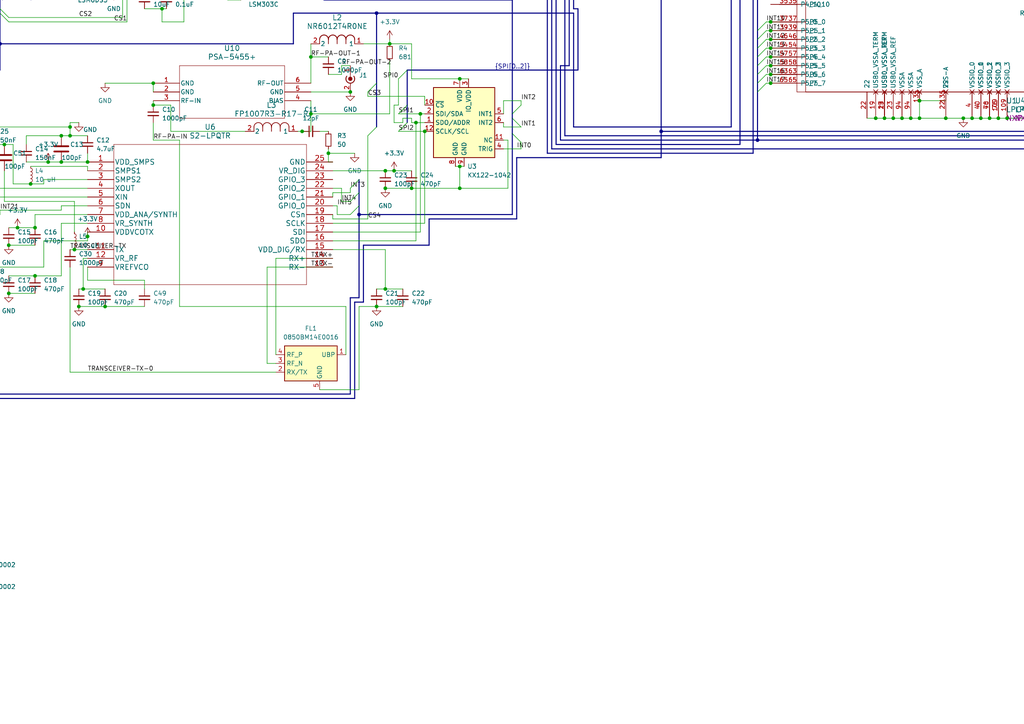
<source format=kicad_sch>
(kicad_sch (version 20231120) (generator "eeschema") (generator_version "8.0")
  (paper "A4")
  (junction (at 223.52 -11.43))
  (junction (at 104.14 62.23))
  (junction (at 223.52 -34.29))
  (junction (at 317.5 -107.95))
  (junction (at -170.18 12.7))
  (junction (at 1.27 41.91))
  (junction (at 223.52 -110.49))
  (junction (at 17.78 46.99))
  (junction (at 336.55 -45.72))
  (junction (at 40.64 -34.29))
  (junction (at 219.71 40.64))
  (junction (at 25.4 46.99))
  (junction (at -59.69 109.22))
  (junction (at 194.31 -69.85))
  (junction (at 372.11 -54.61))
  (junction (at 317.5 -41.91))
  (junction (at 223.52 -16.51))
  (junction (at 252.73 -161.29))
  (junction (at 33.02 -2.54))
  (junction (at 349.25 26.67))
  (junction (at -55.88 151.13))
  (junction (at 0 12.7))
  (junction (at 374.65 -59.69))
  (junction (at 90.17 16.51))
  (junction (at 191.77 38.1))
  (junction (at 349.25 -8.89))
  (junction (at 323.85 -66.04))
  (junction (at -100.33 2.54))
  (junction (at 266.7 29.21))
  (junction (at 284.48 34.29))
  (junction (at 336.55 -58.42))
  (junction (at 317.5 -135.89))
  (junction (at 223.52 -36.83))
  (junction (at 317.5 -138.43))
  (junction (at 355.6 -72.39))
  (junction (at 317.5 -90.17))
  (junction (at 369.57 19.05))
  (junction (at 223.52 -107.95))
  (junction (at 21.59 72.39))
  (junction (at 20.32 36.83))
  (junction (at 317.5 -113.03))
  (junction (at 111.76 83.82))
  (junction (at 317.5 -49.53))
  (junction (at -3.81 36.83))
  (junction (at 223.52 -24.13))
  (junction (at 223.52 -148.59))
  (junction (at 275.59 -161.29))
  (junction (at 283.21 -161.29))
  (junction (at 2.54 85.09))
  (junction (at 44.45 30.48))
  (junction (at -102.87 17.78))
  (junction (at -34.29 16.51))
  (junction (at 101.6 26.67))
  (junction (at 214.63 -74.93))
  (junction (at 247.65 -161.29))
  (junction (at -78.74 121.92))
  (junction (at 336.55 -48.26))
  (junction (at 359.41 -72.39))
  (junction (at 30.48 88.9))
  (junction (at 223.52 16.51))
  (junction (at 250.19 -161.29))
  (junction (at 49.53 -8.89))
  (junction (at 173.99 -46.99))
  (junction (at 10.16 66.04))
  (junction (at 223.52 21.59))
  (junction (at 46.99 -45.72))
  (junction (at 359.41 -52.07))
  (junction (at -34.29 5.08))
  (junction (at 29.21 -57.15))
  (junction (at 223.52 -138.43))
  (junction (at -13.97 172.72))
  (junction (at 162.56 -85.09))
  (junction (at 223.52 -64.77))
  (junction (at 121.92 33.02))
  (junction (at 39.37 -49.53))
  (junction (at 317.5 -151.13))
  (junction (at 369.57 -16.51))
  (junction (at 69.85 -30.48))
  (junction (at 274.32 34.29))
  (junction (at 245.11 -161.29))
  (junction (at -27.94 151.13))
  (junction (at 46.99 2.54))
  (junction (at -5.08 77.47))
  (junction (at 223.52 -39.37))
  (junction (at 223.52 -140.97))
  (junction (at 22.86 -33.02))
  (junction (at 44.45 -36.83))
  (junction (at 48.26 -2.54))
  (junction (at 87.63 38.1))
  (junction (at 259.08 34.29))
  (junction (at 365.76 -10.16))
  (junction (at 194.31 -74.93))
  (junction (at 201.93 -69.85))
  (junction (at 256.54 34.29))
  (junction (at 279.4 34.29))
  (junction (at 266.7 34.29))
  (junction (at 332.74 26.67))
  (junction (at 375.92 -1.27))
  (junction (at 285.75 -161.29))
  (junction (at 223.52 -77.47))
  (junction (at 359.41 -67.31))
  (junction (at 369.57 -15.24))
  (junction (at -27.94 57.15))
  (junction (at 223.52 -82.55))
  (junction (at 185.42 -100.33))
  (junction (at 33.02 -34.29))
  (junction (at 223.52 19.05))
  (junction (at 317.5 -140.97))
  (junction (at 123.19 38.1))
  (junction (at 265.43 -161.29))
  (junction (at 223.52 6.35))
  (junction (at 153.67 -80.01))
  (junction (at -27.94 7.62))
  (junction (at 317.5 -115.57))
  (junction (at 336.55 -53.34))
  (junction (at 261.62 34.29))
  (junction (at 264.16 34.29))
  (junction (at -113.03 24.13))
  (junction (at 280.67 -161.29))
  (junction (at 375.92 29.21))
  (junction (at 49.53 -30.48))
  (junction (at 368.3 34.29))
  (junction (at 8.89 53.34))
  (junction (at 223.52 11.43))
  (junction (at -71.12 26.67))
  (junction (at 223.52 -80.01))
  (junction (at 317.5 -34.29))
  (junction (at 223.52 -29.21))
  (junction (at 223.52 -72.39))
  (junction (at -95.25 7.62))
  (junction (at 113.03 12.7))
  (junction (at 223.52 -67.31))
  (junction (at 133.35 48.26))
  (junction (at 20.32 39.37))
  (junction (at -10.16 55.88))
  (junction (at 317.5 -110.49))
  (junction (at 325.12 -71.12))
  (junction (at 2.54 71.12))
  (junction (at 223.52 13.97))
  (junction (at 223.52 -74.93))
  (junction (at 278.13 -161.29))
  (junction (at 185.42 -102.87))
  (junction (at 255.27 -161.29))
  (junction (at 257.81 -161.29))
  (junction (at 368.3 29.21))
  (junction (at 328.93 -19.05))
  (junction (at 95.25 44.45))
  (junction (at 321.31 -71.12))
  (junction (at 153.67 -49.53))
  (junction (at -27.94 190.5))
  (junction (at 223.52 -69.85))
  (junction (at 289.56 34.29))
  (junction (at 44.45 24.13))
  (junction (at 223.52 24.13))
  (junction (at 109.22 88.9))
  (junction (at 133.35 54.61))
  (junction (at 171.45 -46.99))
  (junction (at 22.86 88.9))
  (junction (at 5.08 66.04))
  (junction (at -16.51 166.37))
  (junction (at 288.29 -161.29))
  (junction (at -3.81 41.91))
  (junction (at -78.74 142.24))
  (junction (at 317.5 -146.05))
  (junction (at -78.74 198.12))
  (junction (at 287.02 34.29))
  (junction (at 176.53 -46.99))
  (junction (at 223.52 -8.89))
  (junction (at 317.5 -39.37))
  (junction (at 223.52 -21.59))
  (junction (at 111.76 49.53))
  (junction (at 374.65 -54.61))
  (junction (at -78.74 180.34))
  (junction (at 368.3 -1.27))
  (junction (at 10.16 80.01))
  (junction (at -27.94 172.72))
  (junction (at 223.52 -143.51))
  (junction (at 339.09 16.51))
  (junction (at 166.37 -46.99))
  (junction (at 254 34.29))
  (junction (at 119.38 54.61))
  (junction (at 281.94 34.29))
  (junction (at 267.97 -161.29))
  (junction (at 292.1 34.29))
  (junction (at -27.94 165.1))
  (junction (at 223.52 8.89))
  (junction (at 223.52 -151.13))
  (junction (at 111.76 54.61))
  (junction (at 369.57 20.32))
  (junction (at 17.78 39.37))
  (junction (at 25.4 68.58))
  (junction (at 270.51 -161.29))
  (junction (at 262.89 -161.29))
  (junction (at 375.92 -6.35))
  (junction (at 120.65 35.56))
  (junction (at -78.74 161.29))
  (junction (at 260.35 -161.29))
  (junction (at 317.5 -143.51))
  (junction (at 223.52 -41.91))
  (junction (at 185.42 -92.71))
  (junction (at 48.26 -7.62))
  (junction (at 361.95 -52.07))
  (junction (at 320.04 -49.53))
  (junction (at 185.42 -105.41))
  (junction (at -57.15 109.22))
  (junction (at 223.52 -13.97))
  (junction (at 24.13 83.82))
  (junction (at 90.17 33.02))
  (junction (at 317.5 -148.59))
  (junction (at 54.61 -36.83))
  (junction (at 317.5 -31.75))
  (junction (at 168.91 -46.99))
  (junction (at -34.29 2.54))
  (junction (at 223.52 -19.05))
  (junction (at 109.22 3.81))
  (junction (at 336.55 -50.8))
  (junction (at -55.88 130.81))
  (junction (at 114.3 49.53))
  (junction (at 386.08 34.29))
  (junction (at 317.5 -92.71))
  (junction (at 41.91 -2.54))
  (junction (at 386.08 29.21))
  (junction (at 201.93 -74.93))
  (junction (at 375.92 34.29))
  (junction (at 223.52 -135.89))
  (junction (at 273.05 -161.29))
  (junction (at 328.93 16.51))
  (junction (at 374.65 -57.15))
  (junction (at 13.97 46.99))
  (junction (at -95.25 5.08))
  (junction (at 223.52 -31.75))
  (junction (at 153.67 -54.61))
  (junction (at 200.66 -46.99))
  (junction (at 365.76 25.4))
  (junction (at 133.35 22.86))
  (junction (at 116.84 -55.88))
  (junction (at -167.64 19.05))
  (junction (at 339.09 -19.05))
  (junction (at 40.64 -45.72))
  (junction (at 374.65 -64.77))
  (junction (at -13.97 82.55))
  (junction (at 309.88 26.67))
  (bus_entry (at 337.82 -110.49) (size -2.54 -2.54))
  (bus_entry (at 217.17 -140.97) (size 2.54 -2.54))
  (bus_entry (at -64.77 -34.29) (size -2.54 2.54))
  (bus_entry (at 148.59 38.735) (size 2.54 2.54))
  (bus_entry (at -64.77 -49.53) (size 2.54 2.54))
  (bus_entry (at -48.26 30.48) (size -2.54 2.54))
  (bus_entry (at 143.51 -62.23) (size 2.54 -2.54))
  (bus_entry (at 219.71 -21.59) (size 2.54 -2.54))
  (bus_entry (at 196.85 -59.69) (size -2.54 -2.54))
  (bus_entry (at -133.35 -3.81) (size -2.54 -2.54))
  (bus_entry (at -113.03 127) (size 2.54 2.54))
  (bus_entry (at 334.01 -140.97) (size -2.54 2.54))
  (bus_entry (at 104.14 59.69) (size -2.54 2.54))
  (bus_entry (at -148.59 33.02) (size 2.54 2.54))
  (bus_entry (at 139.7 -69.85) (size 2.54 -2.54))
  (bus_entry (at 332.105 -31.75) (size -2.54 2.54))
  (bus_entry (at -127 35.56) (size -2.54 2.54))
  (bus_entry (at -99.695 20.32) (size -2.54 -2.54))
  (bus_entry (at -2.54 -7.62) (size 2.54 -2.54))
  (bus_entry (at 214.63 -39.37) (size 2.54 -2.54))
  (bus_entry (at 337.82 -105.41) (size -2.54 -2.54))
  (bus_entry (at 214.63 -29.21) (size 2.54 -2.54))
  (bus_entry (at -64.77 -21.59) (size 2.54 2.54))
  (bus_entry (at 217.17 -146.05) (size 2.54 -2.54))
  (bus_entry (at -148.59 35.56) (size 2.54 2.54))
  (bus_entry (at 109.22 36.83) (size -2.54 2.54))
  (bus_entry (at 139.7 -59.69) (size 2.54 2.54))
  (bus_entry (at -64.77 -39.37) (size 2.54 2.54))
  (bus_entry (at 196.85 -54.61) (size -2.54 -2.54))
  (bus_entry (at -127 43.18) (size -2.54 -2.54))
  (bus_entry (at 334.01 -153.67) (size -2.54 2.54))
  (bus_entry (at 148.59 34.29) (size 2.54 2.54))
  (bus_entry (at 219.71 -16.51) (size 2.54 -2.54))
  (bus_entry (at 39.37 -27.94) (size -2.54 2.54))
  (bus_entry (at 93.98 -20.32) (size -2.54 2.54))
  (bus_entry (at -50.8 30.48) (size -2.54 -2.54))
  (bus_entry (at 219.71 -19.05) (size 2.54 -2.54))
  (bus_entry (at -113.03 147.32) (size 2.54 2.54))
  (bus_entry (at 350.52 -39.37) (size -2.54 -2.54))
  (bus_entry (at 148.59 33.02) (size 2.54 -2.54))
  (bus_entry (at 337.82 -107.95) (size -2.54 -2.54))
  (bus_entry (at 219.71 -11.43) (size 2.54 -2.54))
  (bus_entry (at 31.75 -38.1) (size 2.54 -2.54))
  (bus_entry (at 118.11 20.32) (size -2.54 2.54))
  (bus_entry (at 217.17 -133.35) (size 2.54 -2.54))
  (bus_entry (at -127 33.02) (size -2.54 2.54))
  (bus_entry (at 331.47 -31.75) (size -2.54 -2.54))
  (bus_entry (at 139.7 -57.15) (size 2.54 2.54))
  (bus_entry (at 337.82 -95.25) (size -2.54 2.54))
  (bus_entry (at 212.09 -25.4) (size 2.54 -2.54))
  (bus_entry (at 118.11 30.48) (size -2.54 2.54))
  (bus_entry (at -137.16 20.32) (size -2.54 -2.54))
  (bus_entry (at 196.85 -57.15) (size -2.54 -2.54))
  (bus_entry (at 219.71 8.89) (size 2.54 -2.54))
  (bus_entry (at -64.77 -30.48) (size -2.54 2.54))
  (bus_entry (at -113.03 185.42) (size 2.54 2.54))
  (bus_entry (at -148.59 38.1) (size 2.54 2.54))
  (bus_entry (at 93.98 -17.78) (size -2.54 2.54))
  (bus_entry (at 191.77 -76.2) (size -2.54 -2.54))
  (bus_entry (at 0 3.81) (size 2.54 2.54))
  (bus_entry (at 334.01 -151.13) (size -2.54 2.54))
  (bus_entry (at -127 30.48) (size -2.54 2.54))
  (bus_entry (at -77.47 31.75) (size 2.54 -2.54))
  (bus_entry (at 219.71 13.97) (size 2.54 -2.54))
  (bus_entry (at 104.14 55.88) (size -2.54 2.54))
  (bus_entry (at -148.59 30.48) (size 2.54 2.54))
  (bus_entry (at 215.9 -105.41) (size 2.54 -2.54))
  (bus_entry (at 217.17 -148.59) (size 2.54 -2.54))
  (bus_entry (at 337.82 -113.03) (size -2.54 -2.54))
  (bus_entry (at 217.17 -138.43) (size 2.54 -2.54))
  (bus_entry (at 337.82 -92.71) (size -2.54 2.54))
  (bus_entry (at -50.8 30.48) (size -2.54 2.54))
  (bus_entry (at 93.98 -15.24) (size -2.54 2.54))
  (bus_entry (at -148.59 27.94) (size 2.54 2.54))
  (bus_entry (at 196.85 -49.53) (size -2.54 -2.54))
  (bus_entry (at 214.63 -36.83) (size 2.54 -2.54))
  (bus_entry (at 104.14 52.07) (size -2.54 2.54))
  (bus_entry (at 350.52 -36.83) (size -2.54 -2.54))
  (bus_entry (at 334.01 -143.51) (size -2.54 2.54))
  (bus_entry (at 217.17 -135.89) (size 2.54 -2.54))
  (bus_entry (at 219.71 21.59) (size 2.54 -2.54))
  (bus_entry (at 219.71 -8.89) (size 2.54 -2.54))
  (bus_entry (at -2.54 64.77) (size 2.54 -2.54))
  (bus_entry (at 219.71 16.51) (size 2.54 -2.54))
  (bus_entry (at 214.63 -34.29) (size 2.54 -2.54))
  (bus_entry (at 109.22 24.13) (size -2.54 2.54))
  (bus_entry (at 93.98 -22.86) (size -2.54 2.54))
  (bus_entry (at 39.37 -22.86) (size -2.54 2.54))
  (bus_entry (at -77.47 34.29) (size 2.54 -2.54))
  (bus_entry (at 219.71 -13.97) (size 2.54 -2.54))
  (bus_entry (at 214.63 -31.75) (size 2.54 -2.54))
  (bus_entry (at 143.51 -67.31) (size 2.54 -2.54))
  (bus_entry (at -127 27.94) (size -2.54 2.54))
  (bus_entry (at -127 45.72) (size -2.54 -2.54))
  (bus_entry (at -113.03 203.2) (size 2.54 2.54))
  (bus_entry (at 0 2.54) (size 2.54 2.54))
  (bus_entry (at 196.85 -52.07) (size -2.54 -2.54))
  (bus_entry (at 219.71 26.67) (size 2.54 -2.54))
  (bus_entry (at 219.71 24.13) (size 2.54 -2.54))
  (bus_entry (at 334.01 -138.43) (size -2.54 2.54))
  (bus_entry (at -113.03 106.68) (size 2.54 2.54))
  (bus_entry (at 219.71 -6.35) (size 2.54 -2.54))
  (bus_entry (at -113.03 166.37) (size 2.54 2.54))
  (bus_entry (at 219.71 19.05) (size 2.54 -2.54))
  (bus_entry (at 219.71 11.43) (size 2.54 -2.54))
  (bus_entry (at 143.51 -64.77) (size 2.54 -2.54))
  (bus_entry (at -127 25.4) (size -2.54 2.54))
  (bus_entry (at 118.11 35.56) (size -2.54 2.54))
  (bus_entry (at 334.01 -146.05) (size -2.54 2.54))
  (bus_entry (at 196.85 -62.23) (size -2.54 -2.54))
  (bus_entry (at -133.35 -1.27) (size -2.54 -2.54))
  (bus_entry (at 334.01 -148.59) (size -2.54 2.54))
  (bus_entry (at 191.77 -73.66) (size -2.54 -2.54))
  (bus_entry (at 215.9 -107.95) (size 2.54 -2.54))
  (bus_entry (at 30.48 -38.1) (size 2.54 2.54))
  (bus_entry (at -148.59 40.64) (size 2.54 2.54))
  (wire (pts (xy 347.98 -41.91) (xy 317.5 -41.91)))
  (bus (pts (xy 336.55 -31.75) (xy 336.55 39.37)))
  (bus (pts (xy 214.63 -36.83) (xy 214.63 -34.29)))
  (bus (pts (xy -127 33.02) (xy -127 35.56)))
  (wire (pts (xy 223.52 -16.51) (xy 226.06 -16.51)))
  (wire (pts (xy -170.18 11.43) (xy -170.18 12.7)))
  (wire (pts (xy 222.25 -24.13) (xy 223.52 -24.13)))
  (wire (pts (xy -130.81 35.56) (xy -129.54 35.56)))
  (wire (pts (xy 111.76 83.82) (xy 116.84 83.82)))
  (wire (pts (xy 148.59 -80.01) (xy 153.67 -80.01)))
  (bus (pts (xy 148.59 33.02) (xy 148.59 34.29)))
  (bus (pts (xy -2.54 64.77) (xy -2.54 114.3)))
  (wire (pts (xy 176.53 -46.99) (xy 200.66 -46.99)))
  (wire (pts (xy 226.06 -82.55) (xy 223.52 -82.55)))
  (wire (pts (xy 48.26 -2.54) (xy 66.04 -2.54)))
  (bus (pts (xy -133.35 -38.1) (xy -133.35 -3.81)))
  (bus (pts (xy -50.8 30.48) (xy -48.26 30.48)))
  (wire (pts (xy 146.05 43.18) (xy 151.13 43.18)))
  (wire (pts (xy 41.91 -2.54) (xy 48.26 -2.54)))
  (wire (pts (xy 52.07 -20.32) (xy 40.64 -20.32)))
  (wire (pts (xy -85.09 142.24) (xy -78.74 142.24)))
  (wire (pts (xy 52.07 -17.78) (xy 44.45 -17.78)))
  (wire (pts (xy -71.12 34.29) (xy -73.66 34.29)))
  (bus (pts (xy 0 3.81) (xy 0 12.7)))
  (wire (pts (xy 209.55 -105.41) (xy 209.55 -81.28)))
  (wire (pts (xy 223.52 -128.27) (xy 223.52 -127)))
  (wire (pts (xy 147.32 -54.61) (xy 153.67 -54.61)))
  (wire (pts (xy -3.81 41.91) (xy 1.27 41.91)))
  (wire (pts (xy 317.5 -107.95) (xy 335.28 -107.95)))
  (bus (pts (xy 123.19 -27.94) (xy 158.75 -27.94)))
  (wire (pts (xy 153.67 -46.99) (xy 166.37 -46.99)))
  (wire (pts (xy 223.52 -121.92) (xy 226.06 -121.92)))
  (wire (pts (xy 87.63 -15.24) (xy 91.44 -15.24)))
  (wire (pts (xy 304.8 -59.69) (xy 314.96 -59.69)))
  (bus (pts (xy 120.65 -29.21) (xy 160.02 -29.21)))
  (wire (pts (xy 3.81 41.91) (xy 3.81 53.34)))
  (wire (pts (xy 35.56 -12.7) (xy 52.07 -12.7)))
  (wire (pts (xy -58.42 34.29) (xy -50.8 34.29)))
  (bus (pts (xy 219.71 -19.05) (xy 219.71 -16.51)))
  (wire (pts (xy 189.23 -62.23) (xy 194.31 -62.23)))
  (wire (pts (xy -102.87 0) (xy -102.87 17.78)))
  (wire (pts (xy 223.52 -118.11) (xy 223.52 -116.84)))
  (wire (pts (xy -100.33 -16.51) (xy -100.33 2.54)))
  (wire (pts (xy 365.76 25.4) (xy 369.57 25.4)))
  (wire (pts (xy 146.05 -69.85) (xy 153.67 -69.85)))
  (wire (pts (xy 203.2 -92.71) (xy 198.12 -92.71)))
  (bus (pts (xy -77.47 34.29) (xy -77.47 35.56)))
  (wire (pts (xy -59.69 118.11) (xy -59.69 109.22)))
  (bus (pts (xy 215.9 -105.41) (xy 215.9 -78.74)))
  (wire (pts (xy 367.03 36.83) (xy 351.79 36.83)))
  (wire (pts (xy -20.32 -10.16) (xy -20.32 16.51)))
  (wire (pts (xy 336.55 -53.34) (xy 336.55 -50.8)))
  (wire (pts (xy 309.88 25.4) (xy 309.88 26.67)))
  (wire (pts (xy 7.62 46.99) (xy 13.97 46.99)))
  (wire (pts (xy -27.94 55.88) (xy -27.94 57.15)))
  (wire (pts (xy 336.55 -43.18) (xy 353.06 -43.18)))
  (wire (pts (xy 25.4 62.23) (xy 10.16 62.23)))
  (wire (pts (xy 86.36 38.1) (xy 87.63 38.1)))
  (bus (pts (xy 191.77 -76.2) (xy 191.77 -73.66)))
  (wire (pts (xy 7.62 41.91) (xy 7.62 39.37)))
  (wire (pts (xy 367.03 1.27) (xy 351.79 1.27)))
  (wire (pts (xy -71.12 7.62) (xy -71.12 26.67)))
  (bus (pts (xy 119.38 -58.42) (xy 119.38 -30.48)))
  (bus (pts (xy -3.81 115.57) (xy -3.81 90.17)))
  (wire (pts (xy 142.24 -72.39) (xy 142.24 -62.23)))
  (wire (pts (xy 123.19 27.94) (xy 123.19 30.48)))
  (bus (pts (xy 191.77 38.1) (xy 350.52 38.1)))
  (wire (pts (xy 123.19 38.1) (xy 123.19 64.77)))
  (wire (pts (xy 361.95 -54.61) (xy 361.95 -52.07)))
  (wire (pts (xy 119.38 22.86) (xy 119.38 12.7)))
  (wire (pts (xy 217.17 -31.75) (xy 223.52 -31.75)))
  (wire (pts (xy -57.15 107.95) (xy -57.15 109.22)))
  (wire (pts (xy 109.22 83.82) (xy 111.76 83.82)))
  (bus (pts (xy 217.17 -138.43) (xy 217.17 -135.89)))
  (wire (pts (xy 151.13 29.21) (xy 146.05 29.21)))
  (bus (pts (xy 219.71 26.67) (xy 219.71 40.64)))
  (wire (pts (xy 365.76 -19.05) (xy 365.76 -10.16)))
  (wire (pts (xy 368.3 34.29) (xy 375.92 34.29)))
  (wire (pts (xy -102.87 17.78) (xy -102.87 41.91)))
  (bus (pts (xy -99.695 20.32) (xy 0 20.32)))
  (wire (pts (xy 25.4 77.47) (xy 25.4 81.28)))
  (wire (pts (xy 223.52 -138.43) (xy 226.06 -138.43)))
  (wire (pts (xy -34.29 5.08) (xy -45.72 5.08)))
  (bus (pts (xy 337.82 -92.71) (xy 337.82 -82.55)))
  (wire (pts (xy 198.12 -64.77) (xy 223.52 -64.77)))
  (wire (pts (xy -78.74 142.24) (xy -78.74 161.29)))
  (wire (pts (xy 267.97 -161.29) (xy 270.51 -161.29)))
  (wire (pts (xy 355.6 -67.31) (xy 359.41 -67.31)))
  (bus (pts (xy -34.29 48.26) (xy -127 48.26)))
  (wire (pts (xy 223.52 -133.35) (xy 223.52 -132.08)))
  (wire (pts (xy 217.17 -36.83) (xy 223.52 -36.83)))
  (wire (pts (xy -78.74 102.87) (xy -78.74 121.92)))
  (wire (pts (xy 283.21 -161.29) (xy 285.75 -161.29)))
  (bus (pts (xy 350.52 -36.83) (xy 350.52 38.1)))
  (wire (pts (xy 374.65 -64.77) (xy 374.65 -59.69)))
  (wire (pts (xy -99.06 -15.24) (xy -68.58 -15.24)))
  (wire (pts (xy -139.7 7.62) (xy -133.35 7.62)))
  (wire (pts (xy 226.06 -119.38) (xy 226.06 -118.11)))
  (wire (pts (xy -27.94 41.91) (xy -58.42 41.91)))
  (wire (pts (xy 162.56 -85.09) (xy 171.45 -85.09)))
  (wire (pts (xy 99.06 58.42) (xy 99.06 54.61)))
  (wire (pts (xy 104.14 113.03) (xy 92.71 113.03)))
  (wire (pts (xy 193.04 -67.31) (xy 193.04 -92.71)))
  (wire (pts (xy 114.3 49.53) (xy 119.38 49.53)))
  (wire (pts (xy 223.52 -62.23) (xy 223.52 -60.96)))
  (wire (pts (xy 321.31 -71.12) (xy 325.12 -71.12)))
  (bus (pts (xy 104.14 86.36) (xy 101.6 86.36)))
  (wire (pts (xy 21.59 58.42) (xy 1.27 58.42)))
  (wire (pts (xy 317.5 -57.15) (xy 368.3 -57.15)))
  (wire (pts (xy 0 60.96) (xy 17.78 60.96)))
  (wire (pts (xy 25.4 67.31) (xy 25.4 68.58)))
  (wire (pts (xy 90.17 16.51) (xy 95.25 16.51)))
  (wire (pts (xy 142.24 -54.61) (xy 144.78 -54.61)))
  (wire (pts (xy 223.52 -72.39) (xy 205.74 -72.39)))
  (bus (pts (xy -3.81 115.57) (xy 102.87 115.57)))
  (wire (pts (xy 189.23 -78.74) (xy 189.23 -77.47)))
  (bus (pts (xy 160.02 -29.21) (xy 160.02 43.18)))
  (bus (pts (xy 337.82 -110.49) (xy 337.82 -107.95)))
  (wire (pts (xy -130.81 30.48) (xy -129.54 30.48)))
  (wire (pts (xy 41.91 83.82) (xy 41.91 81.28)))
  (wire (pts (xy -34.29 5.08) (xy -26.67 5.08)))
  (bus (pts (xy 219.71 16.51) (xy 219.71 19.05)))
  (bus (pts (xy -113.03 24.13) (xy -113.03 106.68)))
  (wire (pts (xy 146.05 29.21) (xy 146.05 33.02)))
  (bus (pts (xy 31.75 -38.1) (xy 33.02 -38.1)))
  (wire (pts (xy 34.29 -40.64) (xy 34.29 -38.1)))
  (wire (pts (xy -27.94 165.1) (xy -27.94 151.13)))
  (wire (pts (xy 99.06 54.61) (xy 96.52 54.61)))
  (wire (pts (xy 146.05 40.64) (xy 147.32 40.64)))
  (bus (pts (xy 93.98 -49.53) (xy 93.98 -22.86)))
  (wire (pts (xy 386.08 -6.35) (xy 375.92 -6.35)))
  (wire (pts (xy 309.88 34.29) (xy 292.1 34.29)))
  (wire (pts (xy 359.41 -52.07) (xy 361.95 -52.07)))
  (wire (pts (xy 250.19 -161.29) (xy 252.73 -161.29)))
  (wire (pts (xy -16.51 166.37) (xy -16.51 172.72)))
  (wire (pts (xy 226.06 -124.46) (xy 226.06 -123.19)))
  (bus (pts (xy -127 30.48) (xy -127 33.02)))
  (wire (pts (xy 49.53 30.48) (xy 49.53 38.1)))
  (wire (pts (xy -146.05 40.64) (xy -143.51 40.64)))
  (wire (pts (xy -102.87 41.91) (xy -71.12 41.91)))
  (wire (pts (xy 223.52 -8.89) (xy 226.06 -8.89)))
  (wire (pts (xy 321.31 -66.04) (xy 323.85 -66.04)))
  (wire (pts (xy 104.14 88.9) (xy 104.14 113.03)))
  (bus (pts (xy 118.11 30.48) (xy 118.11 35.56)))
  (wire (pts (xy -57.15 109.22) (xy -57.15 130.81)))
  (wire (pts (xy 46.99 -30.48) (xy 49.53 -30.48)))
  (wire (pts (xy 331.47 -72.39) (xy 331.47 -49.53)))
  (wire (pts (xy 20.32 39.37) (xy 25.4 39.37)))
  (bus (pts (xy 219.71 -11.43) (xy 219.71 -8.89)))
  (wire (pts (xy 285.75 -161.29) (xy 288.29 -161.29)))
  (wire (pts (xy 223.52 6.35) (xy 226.06 6.35)))
  (wire (pts (xy 96.52 55.88) (xy 96.52 57.15)))
  (bus (pts (xy 30.48 -55.88) (xy 116.84 -55.88)))
  (wire (pts (xy -45.72 5.08) (xy -45.72 36.83)))
  (wire (pts (xy 35.56 -25.4) (xy 36.83 -25.4)))
  (wire (pts (xy 123.19 64.77) (xy 96.52 64.77)))
  (bus (pts (xy 149.86 45.72) (xy 191.77 45.72)))
  (bus (pts (xy -64.77 -34.29) (xy -64.77 -39.37)))
  (wire (pts (xy 54.61 -36.83) (xy 44.45 -36.83)))
  (bus (pts (xy -64.77 -49.53) (xy -64.77 -58.42)))
  (wire (pts (xy 48.26 -7.62) (xy 48.26 -8.89)))
  (bus (pts (xy 214.63 -27.94) (xy 214.63 41.91)))
  (wire (pts (xy 133.35 48.26) (xy 133.35 54.61)))
  (bus (pts (xy 212.09 -82.55) (xy 217.17 -82.55)))
  (wire (pts (xy 359.41 -80.01) (xy 365.76 -80.01)))
  (wire (pts (xy 101.6 58.42) (xy 99.06 58.42)))
  (wire (pts (xy 222.25 -11.43) (xy 223.52 -11.43)))
  (wire (pts (xy -85.09 176.53) (xy -54.61 176.53)))
  (wire (pts (xy 25.4 69.85) (xy 12.7 69.85)))
  (wire (pts (xy 95.25 43.18) (xy 95.25 44.45)))
  (wire (pts (xy 20.32 72.39) (xy 21.59 72.39)))
  (wire (pts (xy -130.81 43.18) (xy -129.54 43.18)))
  (wire (pts (xy 223.52 16.51) (xy 226.06 16.51)))
  (wire (pts (xy -130.81 38.1) (xy -129.54 38.1)))
  (bus (pts (xy 334.01 -138.43) (xy 334.01 -119.38)))
  (wire (pts (xy 144.78 -54.61) (xy 144.78 -59.69)))
  (bus (pts (xy -127 27.94) (xy -127 30.48)))
  (wire (pts (xy -74.93 31.75) (xy -71.12 31.75)))
  (bus (pts (xy 0 12.7) (xy 0 20.32)))
  (wire (pts (xy 25.4 48.26) (xy 25.4 49.53)))
  (wire (pts (xy 203.2 -92.71) (xy 203.2 -67.31)))
  (bus (pts (xy -148.59 38.1) (xy -148.59 40.64)))
  (wire (pts (xy 223.52 -125.73) (xy 223.52 -124.46)))
  (wire (pts (xy 113.03 33.02) (xy 90.17 33.02)))
  (wire (pts (xy 314.96 -113.03) (xy 317.5 -113.03)))
  (bus (pts (xy -8.89 35.56) (xy -77.47 35.56)))
  (wire (pts (xy 218.44 -110.49) (xy 223.52 -110.49)))
  (wire (pts (xy 223.52 8.89) (xy 226.06 8.89)))
  (bus (pts (xy 102.87 87.63) (xy 102.87 115.57)))
  (wire (pts (xy 153.67 -49.53) (xy 153.67 -46.99)))
  (wire (pts (xy 200.66 -46.99) (xy 201.93 -46.99)))
  (wire (pts (xy -1.27 -16.51) (xy 5.08 -16.51)))
  (wire (pts (xy -143.51 -6.35) (xy -135.89 -6.35)))
  (wire (pts (xy 219.71 -151.13) (xy 223.52 -151.13)))
  (bus (pts (xy 196.85 -52.07) (xy 196.85 -49.53)))
  (bus (pts (xy -148.59 35.56) (xy -148.59 38.1)))
  (bus (pts (xy 149.86 45.72) (xy 149.86 63.5)))
  (wire (pts (xy -146.05 43.18) (xy -143.51 43.18)))
  (wire (pts (xy -138.43 -16.51) (xy -138.43 -11.43)))
  (wire (pts (xy 115.57 22.86) (xy 115.57 30.48)))
  (wire (pts (xy 227.33 -44.45) (xy 226.06 -44.45)))
  (wire (pts (xy -130.81 33.02) (xy -129.54 33.02)))
  (bus (pts (xy -127 25.4) (xy -127 27.94)))
  (bus (pts (xy -77.47 31.75) (xy -77.47 34.29)))
  (wire (pts (xy 369.57 19.05) (xy 369.57 20.32)))
  (bus (pts (xy 39.37 -22.86) (xy 39.37 -27.94)))
  (wire (pts (xy 289.56 34.29) (xy 292.1 34.29)))
  (wire (pts (xy 22.86 35.56) (xy 20.32 35.56)))
  (wire (pts (xy 314.96 -34.29) (xy 317.5 -34.29)))
  (bus (pts (xy 219.71 8.89) (xy 219.71 11.43)))
  (wire (pts (xy -27.94 -46.99) (xy -27.94 7.62)))
  (wire (pts (xy 359.41 -72.39) (xy 359.41 -74.93)))
  (bus (pts (xy -64.77 -39.37) (xy -64.77 -49.53)))
  (bus (pts (xy 25.4 -60.96) (xy 25.4 -59.69)))
  (bus (pts (xy 148.59 62.23) (xy 104.14 62.23)))
  (wire (pts (xy 222.25 -13.97) (xy 223.52 -13.97)))
  (wire (pts (xy 90.17 29.21) (xy 90.17 33.02)))
  (wire (pts (xy 287.02 34.29) (xy 289.56 34.29)))
  (bus (pts (xy 0 12.7) (xy 85.09 12.7)))
  (wire (pts (xy 194.31 -69.85) (xy 201.93 -69.85)))
  (wire (pts (xy -138.43 -16.51) (xy -135.89 -16.51)))
  (wire (pts (xy 359.41 -67.31) (xy 359.41 -52.07)))
  (bus (pts (xy 119.38 -30.48) (xy 161.29 -30.48)))
  (wire (pts (xy 21.59 72.39) (xy 25.4 72.39)))
  (bus (pts (xy 26.67 -60.96) (xy 123.19 -60.96)))
  (wire (pts (xy 116.84 35.56) (xy 116.84 34.29)))
  (wire (pts (xy 368.3 -57.15) (xy 368.3 -69.85)))
  (bus (pts (xy -113.03 106.68) (xy -113.03 127)))
  (wire (pts (xy 218.44 -107.95) (xy 223.52 -107.95)))
  (bus (pts (xy 105.41 71.12) (xy 105.41 87.63)))
  (bus (pts (xy 26.67 -63.5) (xy 26.67 -60.96)))
  (bus (pts (xy 139.7 -76.2) (xy 139.7 -69.85)))
  (wire (pts (xy 314.96 -41.91) (xy 317.5 -41.91)))
  (wire (pts (xy -78.74 36.83) (xy -78.74 5.08)))
  (wire (pts (xy 40.64 -20.32) (xy 40.64 -34.29)))
  (wire (pts (xy 185.42 -95.25) (xy 185.42 -92.71)))
  (bus (pts (xy 101.6 86.36) (xy 101.6 114.3)))
  (bus (pts (xy 158.75 -27.94) (xy 158.75 44.45)))
  (wire (pts (xy 336.55 -45.72) (xy 336.55 -43.18)))
  (wire (pts (xy 223.52 -46.99) (xy 223.52 -48.26)))
  (wire (pts (xy -67.31 -16.51) (xy -100.33 -16.51)))
  (bus (pts (xy 109.22 24.13) (xy 109.22 36.83)))
  (bus (pts (xy 331.47 -31.75) (xy 332.105 -31.75)))
  (wire (pts (xy -73.66 34.29) (xy -73.66 26.67)))
  (wire (pts (xy 363.22 -13.97) (xy 359.41 -13.97)))
  (wire (pts (xy 25.4 44.45) (xy 25.4 46.99)))
  (wire (pts (xy 359.41 -67.31) (xy 361.95 -67.31)))
  (wire (pts (xy 223.52 -110.49) (xy 226.06 -110.49)))
  (wire (pts (xy 226.06 -114.3) (xy 226.06 -113.03)))
  (wire (pts (xy 111.76 54.61) (xy 119.38 54.61)))
  (wire (pts (xy -54.61 176.53) (xy -54.61 172.72)))
  (wire (pts (xy 12.7 69.85) (xy 12.7 77.47)))
  (wire (pts (xy 223.52 -24.13) (xy 226.06 -24.13)))
  (wire (pts (xy 46.99 6.35) (xy 53.34 6.35)))
  (wire (pts (xy 222.25 16.51) (xy 223.52 16.51)))
  (wire (pts (xy 146.05 -64.77) (xy 153.67 -64.77)))
  (wire (pts (xy 314.96 -92.71) (xy 317.5 -92.71)))
  (bus (pts (xy 162.56 40.64) (xy 219.71 40.64)))
  (wire (pts (xy 261.62 34.29) (xy 264.16 34.29)))
  (bus (pts (xy 143.51 -67.31) (xy 143.51 -64.77)))
  (wire (pts (xy 369.57 -16.51) (xy 375.92 -16.51)))
  (bus (pts (xy 334.01 -151.13) (xy 334.01 -148.59)))
  (wire (pts (xy -85.09 161.29) (xy -78.74 161.29)))
  (wire (pts (xy 120.65 35.56) (xy 123.19 35.56)))
  (wire (pts (xy 189.23 -52.07) (xy 194.31 -52.07)))
  (wire (pts (xy 369.57 -20.32) (xy 369.57 -16.51)))
  (wire (pts (xy 121.92 33.02) (xy 123.19 33.02)))
  (wire (pts (xy 336.55 -68.58) (xy 336.55 -78.74)))
  (wire (pts (xy 254 34.29) (xy 256.54 34.29)))
  (bus (pts (xy -113.03 147.32) (xy -113.03 166.37)))
  (wire (pts (xy 317.5 -110.49) (xy 335.28 -110.49)))
  (wire (pts (xy 332.74 -62.23) (xy 336.55 -62.23)))
  (wire (pts (xy 77.47 105.41) (xy 80.01 105.41)))
  (wire (pts (xy 226.06 -60.96) (xy 226.06 -59.69)))
  (wire (pts (xy 368.3 -69.85) (xy 374.65 -69.85)))
  (wire (pts (xy 95.25 46.99) (xy 96.52 46.99)))
  (wire (pts (xy -50.8 33.02) (xy -50.8 34.29)))
  (wire (pts (xy 35.56 5.08) (xy 35.56 -12.7)))
  (wire (pts (xy 223.52 -74.93) (xy 226.06 -74.93)))
  (wire (pts (xy 247.65 -161.29) (xy 250.19 -161.29)))
  (wire (pts (xy 147.32 -62.23) (xy 153.67 -62.23)))
  (bus (pts (xy 219.71 21.59) (xy 219.71 24.13)))
  (wire (pts (xy 223.52 -132.08) (xy 226.06 -132.08)))
  (wire (pts (xy 351.79 36.83) (xy 351.79 26.67)))
  (wire (pts (xy 336.55 -48.26) (xy 336.55 -45.72)))
  (bus (pts (xy -64.77 -58.42) (xy 119.38 -58.42)))
  (wire (pts (xy 119.38 35.56) (xy 120.65 35.56)))
  (wire (pts (xy 326.39 -50.8) (xy 326.39 -64.77)))
  (wire (pts (xy 349.25 -8.89) (xy 349.25 -6.35)))
  (wire (pts (xy -96.52 39.37) (xy -71.12 39.37)))
  (wire (pts (xy -20.32 16.51) (xy -34.29 16.51)))
  (wire (pts (xy -110.49 205.74) (xy -95.25 205.74)))
  (wire (pts (xy 95.25 44.45) (xy 95.25 46.99)))
  (wire (pts (xy -13.97 172.72) (xy -13.97 173.99)))
  (bus (pts (xy -148.59 27.94) (xy -148.59 30.48)))
  (wire (pts (xy 252.73 -161.29) (xy 255.27 -161.29)))
  (wire (pts (xy 222.25 24.13) (xy 223.52 24.13)))
  (wire (pts (xy 336.55 -60.96) (xy 336.55 -58.42)))
  (wire (pts (xy -146.05 38.1) (xy -143.51 38.1)))
  (wire (pts (xy 113.03 12.7) (xy 105.41 12.7)))
  (bus (pts (xy 218.44 44.45) (xy 218.44 -78.74)))
  (bus (pts (xy -34.29 90.17) (xy -34.29 48.26)))
  (wire (pts (xy 119.38 34.29) (xy 119.38 35.56)))
  (wire (pts (xy -27.94 172.72) (xy -27.94 165.1)))
  (wire (pts (xy 2.54 80.01) (xy 10.16 80.01)))
  (wire (pts (xy -135.89 -3.81) (xy -143.51 -3.81)))
  (bus (pts (xy 217.17 -133.35) (xy 217.17 -135.89)))
  (wire (pts (xy 280.67 -161.29) (xy 283.21 -161.29)))
  (wire (pts (xy 369.57 20.32) (xy 363.22 20.32)))
  (bus (pts (xy 116.84 -76.2) (xy 116.84 -55.88)))
  (wire (pts (xy 80.01 102.87) (xy 80.01 74.93)))
  (wire (pts (xy -78.74 5.08) (xy -95.25 5.08)))
  (wire (pts (xy -6.35 54.61) (xy 25.4 54.61)))
  (wire (pts (xy -110.49 187.96) (xy -95.25 187.96)))
  (wire (pts (xy 375.92 -16.51) (xy 375.92 -6.35)))
  (wire (pts (xy 222.25 -63.5) (xy 226.06 -63.5)))
  (wire (pts (xy 198.12 -97.79) (xy 205.74 -97.79)))
  (bus (pts (xy 410.21 -82.55) (xy 337.82 -82.55)))
  (wire (pts (xy 171.45 -46.99) (xy 173.99 -46.99)))
  (wire (pts (xy 201.93 -46.99) (xy 201.93 -69.85)))
  (bus (pts (xy 191.77 -77.47) (xy 191.77 -76.2)))
  (wire (pts (xy -53.34 29.21) (xy -58.42 29.21)))
  (wire (pts (xy 369.57 15.24) (xy 369.57 19.05)))
  (wire (pts (xy 314.96 -107.95) (xy 317.5 -107.95)))
  (wire (pts (xy 22.86 83.82) (xy 24.13 83.82)))
  (wire (pts (xy 5.08 -15.24) (xy 5.08 -16.51)))
  (bus (pts (xy 143.51 -64.77) (xy 143.51 -62.23)))
  (wire (pts (xy -20.32 63.5) (xy -21.59 63.5)))
  (wire (pts (xy 223.52 -77.47) (xy 207.01 -77.47)))
  (wire (pts (xy 142.24 -85.09) (xy 162.56 -85.09)))
  (wire (pts (xy 24.13 83.82) (xy 30.48 83.82)))
  (bus (pts (xy -127 43.18) (xy -127 45.72)))
  (wire (pts (xy 317.5 -115.57) (xy 335.28 -115.57)))
  (wire (pts (xy 113.03 11.43) (xy 113.03 12.7)))
  (bus (pts (xy 212.09 -25.4) (xy 212.09 36.83)))
  (bus (pts (xy 219.71 -8.89) (xy 219.71 -6.35)))
  (wire (pts (xy 332.74 26.67) (xy 349.25 26.67)))
  (wire (pts (xy 314.96 -110.49) (xy 317.5 -110.49)))
  (bus (pts (xy 93.98 -15.24) (xy 93.98 0)))
  (bus (pts (xy 139.7 -59.69) (xy 139.7 -57.15)))
  (bus (pts (xy 118.11 -57.15) (xy 29.21 -57.15)))
  (bus (pts (xy 214.63 -39.37) (xy 214.63 -36.83)))
  (wire (pts (xy 222.25 -21.59) (xy 223.52 -21.59)))
  (wire (pts (xy 328.93 15.24) (xy 328.93 16.51)))
  (bus (pts (xy 160.02 43.18) (xy 410.21 43.18)))
  (wire (pts (xy 266.7 29.21) (xy 266.7 34.29)))
  (bus (pts (xy -113.03 -36.83) (xy -113.03 24.13)))
  (wire (pts (xy 96.52 63.5) (xy 96.52 62.23)))
  (wire (pts (xy 223.52 -129.54) (xy 226.06 -129.54)))
  (wire (pts (xy 223.52 -69.85) (xy 219.71 -69.85)))
  (wire (pts (xy 132.08 48.26) (xy 133.35 48.26)))
  (wire (pts (xy -95.25 5.08) (xy -99.06 5.08)))
  (wire (pts (xy -74.93 29.21) (xy -71.12 29.21)))
  (wire (pts (xy 222.25 -27.94) (xy 214.63 -27.94)))
  (wire (pts (xy 17.78 39.37) (xy 20.32 39.37)))
  (wire (pts (xy 222.25 11.43) (xy 223.52 11.43)))
  (wire (pts (xy -123.19 16.51) (xy -123.19 15.24)))
  (bus (pts (xy 219.71 13.97) (xy 219.71 16.51)))
  (wire (pts (xy 222.25 -19.05) (xy 223.52 -19.05)))
  (wire (pts (xy 222.25 -29.21) (xy 223.52 -29.21)))
  (wire (pts (xy 33.02 -35.56) (xy 33.02 -34.29)))
  (bus (pts (xy 163.83 -31.75) (xy 163.83 39.37)))
  (wire (pts (xy 12.7 52.07) (xy 25.4 52.07)))
  (bus (pts (xy 196.85 -59.69) (xy 196.85 -57.15)))
  (wire (pts (xy 222.25 8.89) (xy 223.52 8.89)))
  (wire (pts (xy 49.53 -8.89) (xy 48.26 -8.89)))
  (bus (pts (xy 217.17 -146.05) (xy 217.17 -140.97)))
  (wire (pts (xy 96.52 49.53) (xy 111.76 49.53)))
  (wire (pts (xy -55.88 130.81) (xy -55.88 151.13)))
  (wire (pts (xy 106.68 27.94) (xy 123.19 27.94)))
  (wire (pts (xy 223.52 -39.37) (xy 226.06 -39.37)))
  (wire (pts (xy -59.69 109.22) (xy -59.69 107.95)))
  (wire (pts (xy 368.3 29.21) (xy 375.92 29.21)))
  (bus (pts (xy 337.82 -105.41) (xy 337.82 -95.25)))
  (wire (pts (xy 3.81 53.34) (xy 8.89 53.34)))
  (wire (pts (xy 12.7 52.07) (xy 12.7 53.34)))
  (wire (pts (xy -60.96 -36.83) (xy -60.96 -12.7)))
  (bus (pts (xy 85.09 3.81) (xy 109.22 3.81)))
  (wire (pts (xy -27.94 151.13) (xy -55.88 151.13)))
  (wire (pts (xy 115.57 33.02) (xy 121.92 33.02)))
  (wire (pts (xy 361.95 19.05) (xy 359.41 19.05)))
  (wire (pts (xy 208.28 -102.87) (xy 208.28 -80.01)))
  (wire (pts (xy -143.51 17.78) (xy -143.51 27.94)))
  (wire (pts (xy 356.87 29.21) (xy 361.95 29.21)))
  (wire (pts (xy 41.91 81.28) (xy 25.4 81.28)))
  (bus (pts (xy -67.31 -38.1) (xy -133.35 -38.1)))
  (wire (pts (xy 336.55 -63.5) (xy 336.55 -62.23)))
  (wire (pts (xy 114.3 30.48) (xy 114.3 35.56)))
  (wire (pts (xy 17.78 60.96) (xy 17.78 59.69)))
  (wire (pts (xy 147.32 40.64) (xy 147.32 54.61)))
  (wire (pts (xy 304.8 -64.77) (xy 314.96 -64.77)))
  (wire (pts (xy 314.96 -128.27) (xy 295.91 -128.27)))
  (wire (pts (xy 356.87 -6.35) (xy 361.95 -6.35)))
  (wire (pts (xy 207.01 -100.33) (xy 198.12 -100.33)))
  (wire (pts (xy -1.27 -34.29) (xy 33.02 -34.29)))
  (wire (pts (xy 40.64 -45.72) (xy 46.99 -45.72)))
  (wire (pts (xy 226.06 -63.5) (xy 226.06 -62.23)))
  (wire (pts (xy 351.79 -8.89) (xy 349.25 -8.89)))
  (wire (pts (xy 22.86 -33.02) (xy 22.86 -43.18)))
  (bus (pts (xy 161.29 41.91) (xy 214.63 41.91)))
  (bus (pts (xy 101.6 114.3) (xy -2.54 114.3)))
  (bus (pts (xy 139.7 -57.15) (xy 139.7 -44.45)))
  (wire (pts (xy -170.18 12.7) (xy -170.18 19.05)))
  (wire (pts (xy 1.27 49.53) (xy 1.27 58.42)))
  (bus (pts (xy 0 -7.62) (xy 0 2.54)))
  (wire (pts (xy -53.34 27.94) (xy -53.34 29.21)))
  (bus (pts (xy 217.17 -148.59) (xy 217.17 -146.05)))
  (wire (pts (xy 87.63 -17.78) (xy 91.44 -17.78)))
  (bus (pts (xy 334.01 -153.67) (xy 334.01 -151.13)))
  (wire (pts (xy 120.65 69.85) (xy 96.52 69.85)))
  (wire (pts (xy 44.45 30.48) (xy 44.45 29.21)))
  (wire (pts (xy 223.52 -64.77) (xy 226.06 -64.77)))
  (wire (pts (xy 95.25 44.45) (xy 102.87 44.45)))
  (wire (pts (xy 142.24 -57.15) (xy 147.32 -57.15)))
  (wire (pts (xy 111.76 72.39) (xy 111.76 83.82)))
  (bus (pts (xy 104.14 52.07) (xy 104.14 55.88)))
  (wire (pts (xy 314.96 -58.42) (xy 332.74 -58.42)))
  (wire (pts (xy 256.54 34.29) (xy 259.08 34.29)))
  (wire (pts (xy 49.53 -30.48) (xy 49.53 -8.89)))
  (wire (pts (xy 166.37 -46.99) (xy 168.91 -46.99)))
  (wire (pts (xy 46.99 2.54) (xy 46.99 6.35)))
  (wire (pts (xy 133.35 48.26) (xy 134.62 48.26)))
  (wire (pts (xy 189.23 -59.69) (xy 194.31 -59.69)))
  (wire (pts (xy 270.51 -161.29) (xy 273.05 -161.29)))
  (wire (pts (xy 41.91 -7.62) (xy 48.26 -7.62)))
  (wire (pts (xy 374.65 -59.69) (xy 374.65 -57.15)))
  (wire (pts (xy 46.99 2.54) (xy 48.26 2.54)))
  (wire (pts (xy 214.63 -74.93) (xy 223.52 -74.93)))
  (wire (pts (xy 227.33 -48.26) (xy 227.33 -44.45)))
  (wire (pts (xy 222.25 21.59) (xy 223.52 21.59)))
  (bus (pts (xy 165.1 19.05) (xy 162.56 19.05)))
  (bus (pts (xy 161.29 -30.48) (xy 161.29 41.91)))
  (bus (pts (xy -113.03 24.13) (xy -127 24.13)))
  (wire (pts (xy 217.17 -34.29) (xy 223.52 -34.29)))
  (wire (pts (xy -146.05 30.48) (xy -143.51 30.48)))
  (bus (pts (xy 219.71 -21.59) (xy 219.71 -19.05)))
  (wire (pts (xy 10.16 62.23) (xy 10.16 66.04)))
  (wire (pts (xy 96.52 77.47) (xy 77.47 77.47)))
  (wire (pts (xy 147.32 -57.15) (xy 147.32 -62.23)))
  (bus (pts (xy -137.16 20.32) (xy -148.59 20.32)))
  (wire (pts (xy 223.52 -60.96) (xy 226.06 -60.96)))
  (wire (pts (xy 54.61 -38.1) (xy 54.61 -36.83)))
  (wire (pts (xy 151.13 36.83) (xy 146.05 36.83)))
  (bus (pts (xy 143.51 -62.23) (xy 143.51 -34.29)))
  (bus (pts (xy 217.17 -149.86) (xy 217.17 -148.59)))
  (bus (pts (xy 116.84 -76.2) (xy 139.7 -76.2)))
  (wire (pts (xy 223.52 -148.59) (xy 226.06 -148.59)))
  (wire (pts (xy 314.96 -31.75) (xy 317.5 -31.75)))
  (wire (pts (xy 317.5 -39.37) (xy 347.98 -39.37)))
  (wire (pts (xy 133.35 54.61) (xy 119.38 54.61)))
  (bus (pts (xy 29.21 -57.15) (xy -8.89 -57.15)))
  (wire (pts (xy 20.32 -2.54) (xy 33.02 -2.54)))
  (wire (pts (xy 142.24 -72.39) (xy 153.67 -72.39)))
  (wire (pts (xy 226.06 -127) (xy 226.06 -125.73)))
  (wire (pts (xy 223.52 -41.91) (xy 226.06 -41.91)))
  (wire (pts (xy 20.32 -33.02) (xy 22.86 -33.02)))
  (bus (pts (xy 139.7 -69.85) (xy 139.7 -59.69)))
  (wire (pts (xy -34.29 10.16) (xy -34.29 16.51)))
  (wire (pts (xy 0 -10.16) (xy 5.08 -10.16)))
  (wire (pts (xy 223.52 -120.65) (xy 223.52 -119.38)))
  (wire (pts (xy 223.52 -29.21) (xy 226.06 -29.21)))
  (wire (pts (xy 273.05 -161.29) (xy 275.59 -161.29)))
  (wire (pts (xy -13.97 82.55) (xy -5.08 82.55)))
  (bus (pts (xy 162.56 19.05) (xy 162.56 40.64)))
  (bus (pts (xy 191.77 -73.66) (xy 191.77 38.1)))
  (wire (pts (xy -62.23 -46.99) (xy -27.94 -46.99)))
  (wire (pts (xy 317.5 -148.59) (xy 331.47 -148.59)))
  (wire (pts (xy 314.96 -49.53) (xy 317.5 -49.53)))
  (wire (pts (xy 44.45 40.64) (xy 44.45 35.56)))
  (wire (pts (xy 120.65 35.56) (xy 120.65 69.85)))
  (wire (pts (xy 336.55 -58.42) (xy 336.55 -53.34)))
  (wire (pts (xy 314.96 -58.42) (xy 314.96 -54.61)))
  (wire (pts (xy -96.52 15.24) (xy -96.52 39.37)))
  (wire (pts (xy -139.7 17.78) (xy -143.51 17.78)))
  (wire (pts (xy 365.76 25.4) (xy 365.76 34.29)))
  (wire (pts (xy 115.57 30.48) (xy 114.3 30.48)))
  (wire (pts (xy 369.57 -16.51) (xy 369.57 -15.24)))
  (wire (pts (xy 223.52 -115.57) (xy 223.52 -114.3)))
  (bus (pts (xy 196.85 -54.61) (xy 196.85 -52.07)))
  (wire (pts (xy 295.91 -74.93) (xy 304.8 -74.93)))
  (wire (pts (xy 30.48 88.9) (xy 41.91 88.9)))
  (wire (pts (xy 223.52 -119.38) (xy 226.06 -119.38)))
  (wire (pts (xy -110.49 168.91) (xy -95.25 168.91)))
  (wire (pts (xy 226.06 -121.92) (xy 226.06 -120.65)))
  (wire (pts (xy 223.52 -80.01) (xy 208.28 -80.01)))
  (wire (pts (xy 69.85 -30.48) (xy 72.39 -30.48)))
  (wire (pts (xy 201.93 -74.93) (xy 214.63 -74.93)))
  (wire (pts (xy -127 16.51) (xy -123.19 16.51)))
  (wire (pts (xy 304.8 -69.85) (xy 314.96 -69.85)))
  (wire (pts (xy 185.42 -100.33) (xy 185.42 -97.79)))
  (wire (pts (xy -99.06 5.08) (xy -99.06 -15.24)))
  (bus (pts (xy 334.01 -146.05) (xy 334.01 -143.51)))
  (wire (pts (xy 185.42 -105.41) (xy 185.42 -102.87)))
  (bus (pts (xy 212.09 -82.55) (xy 212.09 -25.4)))
  (wire (pts (xy 173.99 -46.99) (xy 176.53 -46.99)))
  (bus (pts (xy 104.14 59.69) (xy 104.14 62.23)))
  (wire (pts (xy 317.5 -140.97) (xy 331.47 -140.97)))
  (wire (pts (xy 90.17 16.51) (xy 90.17 24.13)))
  (bus (pts (xy 116.84 -33.02) (xy 165.1 -33.02)))
  (wire (pts (xy 66.04 0) (xy 69.85 0)))
  (wire (pts (xy 30.48 24.13) (xy 44.45 24.13)))
  (wire (pts (xy 242.57 -161.29) (xy 245.11 -161.29)))
  (wire (pts (xy -85.09 195.58) (xy -54.61 195.58)))
  (wire (pts (xy 100.33 102.87) (xy 100.33 88.9)))
  (bus (pts (xy 39.37 -49.53) (xy 39.37 -27.94)))
  (wire (pts (xy 44.45 -36.83) (xy 1.27 -36.83)))
  (wire (pts (xy 33.02 -34.29) (xy 40.64 -34.29)))
  (bus (pts (xy 214.63 -31.75) (xy 214.63 -29.21)))
  (wire (pts (xy 101.6 55.88) (xy 96.52 55.88)))
  (wire (pts (xy 226.06 -46.99) (xy 226.06 -45.72)))
  (wire (pts (xy 264.16 34.29) (xy 266.7 34.29)))
  (wire (pts (xy 144.78 -59.69) (xy 153.67 -59.69)))
  (wire (pts (xy 54.61 -45.72) (xy 54.61 -41.91)))
  (wire (pts (xy 317.5 -57.15) (xy 317.5 -54.61)))
  (wire (pts (xy -58.42 33.02) (xy -53.34 33.02)))
  (wire (pts (xy -62.23 -19.05) (xy -62.23 -10.16)))
  (wire (pts (xy 374.65 -67.31) (xy 374.65 -64.77)))
  (wire (pts (xy 219.71 -68.58) (xy 204.47 -68.58)))
  (bus (pts (xy 214.63 -34.29) (xy 214.63 -31.75)))
  (wire (pts (xy 91.44 -10.16) (xy 87.63 -10.16)))
  (wire (pts (xy 245.11 -161.29) (xy 247.65 -161.29)))
  (bus (pts (xy 219.71 11.43) (xy 219.71 13.97)))
  (bus (pts (xy 118.11 20.32) (xy 118.11 30.48)))
  (wire (pts (xy 189.23 -80.01) (xy 201.93 -80.01)))
  (bus (pts (xy 332.105 -31.75) (xy 336.55 -31.75)))
  (bus (pts (xy -10.16 -67.31) (xy -10.16 30.48)))
  (wire (pts (xy 36.83 6.35) (xy 36.83 -15.24)))
  (wire (pts (xy -167.64 19.05) (xy -167.64 20.32)))
  (bus (pts (xy 124.46 63.5) (xy 124.46 71.12)))
  (wire (pts (xy -100.33 2.54) (xy -95.25 2.54)))
  (wire (pts (xy -100.33 15.24) (xy -96.52 15.24)))
  (wire (pts (xy 223.52 -135.89) (xy 226.06 -135.89)))
  (bus (pts (xy 166.37 3.81) (xy 166.37 36.83)))
  (bus (pts (xy 104.14 62.23) (xy 104.14 86.36)))
  (wire (pts (xy 146.05 -67.31) (xy 153.67 -67.31)))
  (wire (pts (xy 115.57 38.1) (xy 123.19 38.1)))
  (bus (pts (xy 30.48 -49.53) (xy 39.37 -49.53)))
  (bus (pts (xy 120.65 -59.69) (xy 120.65 -29.21)))
  (wire (pts (xy -34.29 16.51) (xy -34.29 39.37)))
  (wire (pts (xy 90.17 26.67) (xy 101.6 26.67)))
  (wire (pts (xy 307.34 26.67) (xy 309.88 26.67)))
  (wire (pts (xy 223.52 -151.13) (xy 226.06 -151.13)))
  (bus (pts (xy 217.17 -140.97) (xy 217.17 -138.43)))
  (wire (pts (xy 0 62.23) (xy 0 60.96)))
  (wire (pts (xy 361.95 -16.51) (xy 359.41 -16.51)))
  (bus (pts (xy 219.71 40.64) (xy 394.97 40.64)))
  (wire (pts (xy 317.5 -143.51) (xy 331.47 -143.51)))
  (wire (pts (xy -45.72 36.83) (xy -58.42 36.83)))
  (wire (pts (xy -130.81 40.64) (xy -129.54 40.64)))
  (wire (pts (xy 189.23 -76.2) (xy 189.23 -74.93)))
  (wire (pts (xy 304.8 -67.31) (xy 314.96 -67.31)))
  (wire (pts (xy 367.03 34.29) (xy 368.3 34.29)))
  (bus (pts (xy 334.01 -140.97) (xy 334.01 -138.43)))
  (wire (pts (xy 106.68 63.5) (xy 96.52 63.5)))
  (wire (pts (xy 25.4 68.58) (xy 25.4 69.85)))
  (wire (pts (xy -110.49 129.54) (xy -95.25 129.54)))
  (wire (pts (xy -78.74 121.92) (xy -85.09 121.92)))
  (wire (pts (xy -95.25 7.62) (xy -71.12 7.62)))
  (wire (pts (xy 194.31 -74.93) (xy 201.93 -74.93)))
  (wire (pts (xy 279.4 34.29) (xy 281.94 34.29)))
  (wire (pts (xy 328.93 -19.05) (xy 339.09 -19.05)))
  (bus (pts (xy 123.19 -60.96) (xy 123.19 -27.94)))
  (wire (pts (xy 193.04 -67.31) (xy 198.12 -67.31)))
  (wire (pts (xy 314.96 -138.43) (xy 317.5 -138.43)))
  (wire (pts (xy 219.71 -148.59) (xy 223.52 -148.59)))
  (wire (pts (xy -16.51 165.1) (xy -16.51 166.37)))
  (wire (pts (xy 119.38 22.86) (xy 133.35 22.86)))
  (bus (pts (xy 394.97 40.64) (xy 394.97 -119.38)))
  (wire (pts (xy 220.98 -82.55) (xy 220.98 -81.28)))
  (wire (pts (xy 361.95 -72.39) (xy 359.41 -72.39)))
  (bus (pts (xy 118.11 20.32) (xy 167.64 20.32)))
  (wire (pts (xy 17.78 80.01) (xy 10.16 80.01)))
  (wire (pts (xy 20.32 36.83) (xy 20.32 39.37)))
  (wire (pts (xy -27.94 7.62) (xy -27.94 41.91)))
  (wire (pts (xy 101.6 62.23) (xy 97.79 62.23)))
  (wire (pts (xy 223.52 -67.31) (xy 203.2 -67.31)))
  (bus (pts (xy -127 24.13) (xy -127 25.4)))
  (wire (pts (xy 209.55 -105.41) (xy 198.12 -105.41)))
  (wire (pts (xy 147.32 -49.53) (xy 153.67 -49.53)))
  (wire (pts (xy 223.52 13.97) (xy 226.06 13.97)))
  (bus (pts (xy -64.77 -34.29) (xy -64.77 -30.48)))
  (wire (pts (xy -67.31 -31.75) (xy -68.58 -31.75)))
  (wire (pts (xy 317.5 -113.03) (xy 335.28 -113.03)))
  (wire (pts (xy 119.38 12.7) (xy 113.03 12.7)))
  (wire (pts (xy -83.82 118.11) (xy -59.69 118.11)))
  (wire (pts (xy 223.52 -59.69) (xy 222.25 -59.69)))
  (wire (pts (xy -27.94 57.15) (xy 25.4 57.15)))
  (wire (pts (xy 359.41 -19.05) (xy 365.76 -19.05)))
  (wire (pts (xy 260.35 -161.29) (xy 262.89 -161.29)))
  (wire (pts (xy 17.78 46.99) (xy 25.4 46.99)))
  (wire (pts (xy 329.565 -29.21) (xy 317.5 -29.21)))
  (wire (pts (xy 96.52 67.31) (xy 121.92 67.31)))
  (wire (pts (xy -58.42 33.02) (xy -58.42 31.75)))
  (bus (pts (xy 109.22 3.81) (xy 166.37 3.81)))
  (bus (pts (xy 337.82 -107.95) (xy 337.82 -105.41)))
  (wire (pts (xy 101.6 54.61) (xy 101.6 55.88)))
  (wire (pts (xy 359.41 16.51) (xy 365.76 16.51)))
  (wire (pts (xy 257.81 -161.29) (xy 260.35 -161.29)))
  (wire (pts (xy 207.01 -100.33) (xy 207.01 -77.47)))
  (wire (pts (xy 374.65 -57.15) (xy 374.65 -54.61)))
  (wire (pts (xy 91.44 -12.7) (xy 91.44 -10.16)))
  (wire (pts (xy 40.64 -45.72) (xy 40.64 -39.37)))
  (wire (pts (xy 369.57 -59.69) (xy 369.57 -72.39)))
  (wire (pts (xy 223.52 -34.29) (xy 226.06 -34.29)))
  (wire (pts (xy 142.24 -85.09) (xy 142.24 -72.39)))
  (wire (pts (xy 314.96 -52.07) (xy 314.96 -50.8)))
  (wire (pts (xy 314.96 -143.51) (xy 317.5 -143.51)))
  (wire (pts (xy -26.67 5.08) (xy -26.67 -12.7)))
  (wire (pts (xy 2.54 66.04) (xy 5.08 66.04)))
  (bus (pts (xy 350.52 -39.37) (xy 350.52 -36.83)))
  (bus (pts (xy 93.98 0) (xy 148.59 0)))
  (wire (pts (xy 317.5 -29.21) (xy 317.5 -31.75)))
  (bus (pts (xy 149.86 63.5) (xy 124.46 63.5)))
  (wire (pts (xy 309.88 26.67) (xy 309.88 34.29)))
  (wire (pts (xy -16.51 36.83) (xy -3.81 36.83)))
  (wire (pts (xy 133.35 22.86) (xy 135.89 22.86)))
  (bus (pts (xy 158.75 44.45) (xy 218.44 44.45)))
  (wire (pts (xy 222.25 13.97) (xy 223.52 13.97)))
  (wire (pts (xy 106.68 39.37) (xy 106.68 63.5)))
  (wire (pts (xy -78.74 180.34) (xy -78.74 198.12)))
  (wire (pts (xy 223.52 24.13) (xy 226.06 24.13)))
  (wire (pts (xy 317.5 -146.05) (xy 331.47 -146.05)))
  (wire (pts (xy 180.34 -92.71) (xy 185.42 -92.71)))
  (wire (pts (xy 363.22 20.32) (xy 363.22 21.59)))
  (wire (pts (xy 53.34 6.35) (xy 53.34 -8.89)))
  (wire (pts (xy -13.97 77.47) (xy -5.08 77.47)))
  (bus (pts (xy 196.85 -62.23) (xy 196.85 -59.69)))
  (wire (pts (xy 317.5 -34.29) (xy 328.93 -34.29)))
  (wire (pts (xy 365.76 -10.16) (xy 365.76 -1.27)))
  (wire (pts (xy 204.47 -95.25) (xy 198.12 -95.25)))
  (wire (pts (xy 317.5 -128.27) (xy 321.31 -128.27)))
  (wire (pts (xy 41.91 2.54) (xy 46.99 2.54)))
  (wire (pts (xy -102.235 17.78) (xy -102.87 17.78)))
  (wire (pts (xy 116.84 34.29) (xy 119.38 34.29)))
  (wire (pts (xy 374.65 -54.61) (xy 372.11 -54.61)))
  (bus (pts (xy -133.35 -3.81) (xy -133.35 -1.27)))
  (wire (pts (xy -58.42 2.54) (xy -34.29 2.54)))
  (bus (pts (xy -48.26 30.48) (xy -10.16 30.48)))
  (wire (pts (xy 314.96 -90.17) (xy 317.5 -90.17)))
  (wire (pts (xy 222.25 19.05) (xy 223.52 19.05)))
  (wire (pts (xy 2.54 -43.18) (xy 22.86 -43.18)))
  (wire (pts (xy -85.09 198.12) (xy -78.74 198.12)))
  (bus (pts (xy -113.03 -36.83) (xy -66.04 -36.83)))
  (wire (pts (xy 97.79 62.23) (xy 97.79 59.69)))
  (bus (pts (xy 143.51 -67.31) (xy -10.16 -67.31)))
  (bus (pts (xy 219.71 -16.51) (xy 219.71 -13.97)))
  (wire (pts (xy -62.23 -10.16) (xy -20.32 -10.16)))
  (wire (pts (xy -83.82 102.87) (xy -78.74 102.87)))
  (wire (pts (xy 44.45 -17.78) (xy 44.45 -36.83)))
  (wire (pts (xy 339.09 -19.05) (xy 339.09 -13.97)))
  (wire (pts (xy 281.94 34.29) (xy 284.48 34.29)))
  (wire (pts (xy 8.89 48.26) (xy 25.4 48.26)))
  (wire (pts (xy 368.3 -1.27) (xy 375.92 -1.27)))
  (wire (pts (xy 223.52 -11.43) (xy 226.06 -11.43)))
  (wire (pts (xy 223.52 -130.81) (xy 223.52 -129.54)))
  (wire (pts (xy 214.63 -69.85) (xy 201.93 -69.85)))
  (wire (pts (xy 223.52 -82.55) (xy 220.98 -82.55)))
  (bus (pts (xy 29.21 -38.1) (xy 30.48 -38.1)))
  (wire (pts (xy 375.92 19.05) (xy 375.92 29.21)))
  (wire (pts (xy 196.85 -92.71) (xy 196.85 -90.17)))
  (wire (pts (xy 314.96 -50.8) (xy 326.39 -50.8)))
  (wire (pts (xy 304.8 -62.23) (xy 314.96 -62.23)))
  (bus (pts (xy -64.77 -21.59) (xy -64.77 -30.48)))
  (bus (pts (xy 30.48 -38.1) (xy 31.75 -38.1)))
  (wire (pts (xy 90.17 33.02) (xy 90.17 38.1)))
  (wire (pts (xy 109.22 88.9) (xy 116.84 88.9)))
  (wire (pts (xy 222.25 -8.89) (xy 223.52 -8.89)))
  (wire (pts (xy 327.66 -71.12) (xy 325.12 -71.12)))
  (wire (pts (xy 374.65 -74.93) (xy 365.76 -74.93)))
  (wire (pts (xy 87.63 -20.32) (xy 91.44 -20.32)))
  (wire (pts (xy 220.98 -81.28) (xy 209.55 -81.28)))
  (wire (pts (xy 2.54 6.35) (xy 36.83 6.35)))
  (wire (pts (xy -123.19 0) (xy -123.19 -8.89)))
  (wire (pts (xy 314.96 -148.59) (xy 317.5 -148.59)))
  (bus (pts (xy 139.7 -44.45) (xy 196.85 -44.45)))
  (bus (pts (xy 410.21 43.18) (xy 410.21 -82.55)))
  (bus (pts (xy 191.77 38.1) (xy 191.77 45.72)))
  (wire (pts (xy 365.76 34.29) (xy 356.87 34.29)))
  (wire (pts (xy 372.11 -54.61) (xy 372.11 -52.07)))
  (wire (pts (xy -1.27 -34.29) (xy -1.27 -16.51)))
  (wire (pts (xy 278.13 -161.29) (xy 280.67 -161.29)))
  (wire (pts (xy 185.42 -102.87) (xy 185.42 -100.33)))
  (wire (pts (xy 2.54 5.08) (xy 35.56 5.08)))
  (bus (pts (xy 166.37 2.54) (xy 166.37 -34.29)))
  (bus (pts (xy 104.14 55.88) (xy 104.14 59.69)))
  (wire (pts (xy 369.57 -15.24) (xy 363.22 -15.24)))
  (bus (pts (xy -67.31 -63.5) (xy 26.67 -63.5)))
  (wire (pts (xy 44.45 30.48) (xy 49.53 30.48)))
  (wire (pts (xy 77.47 77.47) (xy 77.47 105.41)))
  (wire (pts (xy -54.61 190.5) (xy -54.61 195.58)))
  (wire (pts (xy 223.52 -13.97) (xy 226.06 -13.97)))
  (wire (pts (xy 367.03 34.29) (xy 367.03 36.83)))
  (wire (pts (xy 146.05 36.83) (xy 146.05 35.56)))
  (wire (pts (xy 114.3 35.56) (xy 116.84 35.56)))
  (wire (pts (xy -58.42 137.16) (xy -58.42 130.81)))
  (wire (pts (xy 106.68 26.67) (xy 106.68 27.94)))
  (wire (pts (xy 346.71 -59.69) (xy 369.57 -59.69)))
  (wire (pts (xy 314.96 -151.13) (xy 317.5 -151.13)))
  (wire (pts (xy 325.12 -78.74) (xy 336.55 -78.74)))
  (wire (pts (xy 266.7 34.29) (xy 274.32 34.29)))
  (bus (pts (xy -64.77 -20.32) (xy -64.77 -21.59)))
  (wire (pts (xy -16.51 41.91) (xy -3.81 41.91)))
  (wire (pts (xy 367.03 -1.27) (xy 367.03 1.27)))
  (wire (pts (xy 265.43 -161.29) (xy 267.97 -161.29)))
  (wire (pts (xy -85.09 137.16) (xy -58.42 137.16)))
  (wire (pts (xy -110.49 110.49) (xy -93.98 110.49)))
  (wire (pts (xy 217.17 -39.37) (xy 223.52 -39.37)))
  (wire (pts (xy 361.95 -54.61) (xy 372.11 -54.61)))
  (wire (pts (xy -13.97 166.37) (xy -13.97 172.72)))
  (wire (pts (xy 49.53 -30.48) (xy 69.85 -30.48)))
  (bus (pts (xy 215.9 -107.95) (xy 215.9 -105.41)))
  (wire (pts (xy 1.27 -36.83) (xy 1.27 -12.7)))
  (wire (pts (xy 226.06 -69.85) (xy 223.52 -69.85)))
  (wire (pts (xy -34.29 -3.81) (xy -34.29 0)))
  (bus (pts (xy 85.09 12.7) (xy 85.09 3.81)))
  (wire (pts (xy 52.07 40.64) (xy 44.45 40.64)))
  (wire (pts (xy 2.54 85.09) (xy 10.16 85.09)))
  (wire (pts (xy 314.96 -39.37) (xy 317.5 -39.37)))
  (wire (pts (xy 275.59 -161.29) (xy 278.13 -161.29)))
  (bus (pts (xy -66.04 -60.96) (xy 25.4 -60.96)))
  (wire (pts (xy 367.03 -1.27) (xy 368.3 -1.27)))
  (wire (pts (xy 317.5 -151.13) (xy 331.47 -151.13)))
  (wire (pts (xy 22.86 88.9) (xy 30.48 88.9)))
  (bus (pts (xy 337.82 -95.25) (xy 337.82 -92.71)))
  (wire (pts (xy 365.76 -1.27) (xy 356.87 -1.27)))
  (wire (pts (xy -73.66 26.67) (xy -71.12 26.67)))
  (bus (pts (xy -137.16 20.32) (xy -99.695 20.32)))
  (wire (pts (xy 13.97 46.99) (xy 17.78 46.99)))
  (wire (pts (xy 363.22 21.59) (xy 359.41 21.59)))
  (wire (pts (xy -68.58 -31.75) (xy -68.58 -15.24)))
  (wire (pts (xy 7.62 39.37) (xy 17.78 39.37)))
  (bus (pts (xy -148.59 33.02) (xy -148.59 35.56)))
  (wire (pts (xy 113.03 17.78) (xy 113.03 33.02)))
  (wire (pts (xy -52.07 190.5) (xy -27.94 190.5)))
  (wire (pts (xy -177.8 11.43) (xy -170.18 11.43)))
  (bus (pts (xy 109.22 3.81) (xy 109.22 24.13)))
  (wire (pts (xy 386.08 -1.27) (xy 375.92 -1.27)))
  (wire (pts (xy 33.02 -2.54) (xy 41.91 -2.54)))
  (wire (pts (xy 185.42 -92.71) (xy 185.42 -90.17)))
  (wire (pts (xy 386.08 34.29) (xy 375.92 34.29)))
  (bus (pts (xy 219.71 -6.35) (xy 219.71 8.89)))
  (wire (pts (xy 1.27 -12.7) (xy 5.08 -12.7)))
  (wire (pts (xy -58.42 157.48) (xy -85.09 157.48)))
  (wire (pts (xy 353.06 -52.07) (xy 359.41 -52.07)))
  (wire (pts (xy -50.8 208.28) (xy -27.94 208.28)))
  (wire (pts (xy 189.23 -57.15) (xy 194.31 -57.15)))
  (wire (pts (xy 2.54 71.12) (xy 10.16 71.12)))
  (wire (pts (xy 317.5 -135.89) (xy 331.47 -135.89)))
  (wire (pts (xy 369.57 19.05) (xy 375.92 19.05)))
  (wire (pts (xy 52.07 40.64) (xy 52.07 88.9)))
  (wire (pts (xy 97.79 59.69) (xy 96.52 59.69)))
  (wire (pts (xy -146.05 33.02) (xy -143.51 33.02)))
  (wire (pts (xy 17.78 59.69) (xy 25.4 59.69)))
  (wire (pts (xy 304.8 -72.39) (xy 314.96 -72.39)))
  (wire (pts (xy 284.48 34.29) (xy 287.02 34.29)))
  (bus (pts (xy 212.09 36.83) (xy 166.37 36.83)))
  (wire (pts (xy 361.95 -6.35) (xy 361.95 -16.51)))
  (wire (pts (xy 1.27 41.91) (xy 3.81 41.91)))
  (wire (pts (xy 92.71 38.1) (xy 95.25 38.1)))
  (wire (pts (xy 121.92 33.02) (xy 121.92 67.31)))
  (bus (pts (xy 30.48 -55.88) (xy 30.48 -49.53)))
  (wire (pts (xy 317.5 -49.53) (xy 320.04 -49.53)))
  (wire (pts (xy 168.91 -46.99) (xy 171.45 -46.99)))
  (wire (pts (xy 223.52 11.43) (xy 226.06 11.43)))
  (bus (pts (xy 93.98 -20.32) (xy 93.98 -17.78)))
  (wire (pts (xy 223.52 21.59) (xy 226.06 21.59)))
  (wire (pts (xy 90.17 12.7) (xy 90.17 16.51)))
  (wire (pts (xy -58.42 26.67) (xy -58.42 2.54)))
  (wire (pts (xy 2.54 -45.72) (xy 2.54 -43.18)))
  (wire (pts (xy 111.76 49.53) (xy 114.3 49.53)))
  (wire (pts (xy -123.19 -8.89) (xy -143.51 -8.89)))
  (wire (pts (xy 355.6 -72.39) (xy 331.47 -72.39)))
  (wire (pts (xy -58.42 151.13) (xy -58.42 157.48)))
  (bus (pts (xy -127 45.72) (xy -127 48.26)))
  (wire (pts (xy -52.07 172.72) (xy -27.94 172.72)))
  (wire (pts (xy -3.81 36.83) (xy 20.32 36.83)))
  (wire (pts (xy 288.29 -161.29) (xy 290.83 -161.29)))
  (bus (pts (xy 25.4 -59.69) (xy 120.65 -59.69)))
  (wire (pts (xy 20.32 107.95) (xy 80.01 107.95)))
  (wire (pts (xy 222.25 6.35) (xy 223.52 6.35)))
  (wire (pts (xy 194.31 -54.61) (xy 189.23 -54.61)))
  (wire (pts (xy 223.52 -127) (xy 226.06 -127)))
  (wire (pts (xy 87.63 38.1) (xy 90.17 38.1)))
  (wire (pts (xy -60.96 -12.7) (xy -26.67 -12.7)))
  (wire (pts (xy 320.04 -49.53) (xy 320.04 -71.12)))
  (wire (pts (xy 201.93 -80.01) (xy 201.93 -74.93)))
  (wire (pts (xy 153.67 -80.01) (xy 153.67 -77.47)))
  (wire (pts (xy -27.94 165.1) (xy -16.51 165.1)))
  (wire (pts (xy 219.71 -143.51) (xy 223.52 -143.51)))
  (bus (pts (xy 217.17 -82.55) (xy 217.17 -133.35)))
  (wire (pts (xy 189.23 -64.77) (xy 194.31 -64.77)))
  (wire (pts (xy 323.85 -66.04) (xy 327.66 -66.04)))
  (wire (pts (xy 325.12 -71.12) (xy 325.12 -73.66)))
  (wire (pts (xy -110.49 149.86) (xy -95.25 149.86)))
  (wire (pts (xy 95.25 21.59) (xy 99.06 21.59)))
  (wire (pts (xy 100.33 88.9) (xy 52.07 88.9)))
  (wire (pts (xy 274.32 34.29) (xy 279.4 34.29)))
  (wire (pts (xy 223.52 -36.83) (xy 226.06 -36.83)))
  (wire (pts (xy 204.47 -95.25) (xy 204.47 -68.58)))
  (bus (pts (xy 196.85 -49.53) (xy 196.85 -44.45)))
  (wire (pts (xy 332.74 -58.42) (xy 332.74 -62.23)))
  (bus (pts (xy 219.71 24.13) (xy 219.71 26.67)))
  (wire (pts (xy 320.04 -71.12) (xy 321.31 -71.12)))
  (bus (pts (xy -2.54 -7.62) (xy 0 -7.62)))
  (wire (pts (xy 66.04 -2.54) (xy 66.04 0)))
  (bus (pts (xy 124.46 71.12) (xy 105.41 71.12)))
  (wire (pts (xy 5.08 66.04) (xy 10.16 66.04)))
  (wire (pts (xy -146.05 35.56) (xy -143.51 35.56)))
  (bus (pts (xy -113.03 127) (xy -113.03 147.32)))
  (wire (pts (xy -57.15 130.81) (xy -55.88 130.81)))
  (wire (pts (xy 226.06 -77.47) (xy 223.52 -77.47)))
  (wire (pts (xy 361.95 29.21) (xy 361.95 19.05)))
  (wire (pts (xy 46.99 -45.72) (xy 46.99 -30.48)))
  (bus (pts (xy -8.89 -57.15) (xy -8.89 35.56)))
  (wire (pts (xy -71.12 36.83) (xy -78.74 36.83)))
  (wire (pts (xy -34.29 2.54) (xy -17.78 2.54)))
  (wire (pts (xy 328.93 -8.89) (xy 349.25 -8.89)))
  (wire (pts (xy 314.96 -146.05) (xy 317.5 -146.05)))
  (wire (pts (xy 259.08 34.29) (xy 261.62 34.29)))
  (wire (pts (xy 20.32 77.47) (xy 20.32 107.95)))
  (wire (pts (xy 365.76 16.51) (xy 365.76 25.4)))
  (bus (pts (xy 214.63 -29.21) (xy 214.63 -27.94)))
  (wire (pts (xy 44.45 26.67) (xy 44.45 24.13)))
  (wire (pts (xy -110.49 109.22) (xy -110.49 110.49)))
  (bus (pts (xy 105.41 87.63) (xy 102.87 87.63)))
  (wire (pts (xy 219.71 -140.97) (xy 223.52 -140.97)))
  (wire (pts (xy 222.25 -16.51) (xy 223.52 -16.51)))
  (wire (pts (xy 223.52 -107.95) (xy 226.06 -107.95)))
  (wire (pts (xy -10.16 55.88) (xy -6.35 55.88)))
  (bus (pts (xy 394.97 -119.38) (xy 334.01 -119.38)))
  (wire (pts (xy 255.27 -161.29) (xy 257.81 -161.29)))
  (bus (pts (xy -66.04 -36.83) (xy -66.04 -60.96)))
  (bus (pts (xy 118.11 -31.75) (xy 118.11 -57.15)))
  (bus (pts (xy 93.98 -22.86) (xy 93.98 -20.32)))
  (wire (pts (xy 219.71 -69.85) (xy 219.71 -68.58)))
  (wire (pts (xy 99.06 19.05) (xy 101.6 19.05)))
  (wire (pts (xy 17.78 64.77) (xy 17.78 80.01)))
  (bus (pts (xy 166.37 -34.29) (xy 143.51 -34.29)))
  (wire (pts (xy 351.79 26.67) (xy 349.25 26.67)))
  (wire (pts (xy -100.33 2.54) (xy -100.33 15.24)))
  (wire (pts (xy 198.12 -67.31) (xy 198.12 -64.77)))
  (wire (pts (xy -85.09 180.34) (xy -78.74 180.34)))
  (bus (pts (xy 219.71 19.05) (xy 219.71 21.59)))
  (wire (pts (xy 339.09 16.51) (xy 339.09 21.59)))
  (wire (pts (xy -27.94 208.28) (xy -27.94 190.5)))
  (wire (pts (xy 96.52 72.39) (xy 111.76 72.39)))
  (bus (pts (xy 337.82 -113.03) (xy 337.82 -110.49)))
  (wire (pts (xy -138.43 -11.43) (xy -143.51 -11.43)))
  (wire (pts (xy 323.85 -66.04) (xy 323.85 -45.72)))
  (wire (pts (xy -85.09 213.36) (xy -53.34 213.36)))
  (wire (pts (xy 226.06 -129.54) (xy 226.06 -128.27)))
  (wire (pts (xy -78.74 121.92) (xy -78.74 142.24)))
  (wire (pts (xy 193.04 -92.71) (xy 196.85 -92.71)))
  (wire (pts (xy 222.25 -29.21) (xy 222.25 -27.94)))
  (wire (pts (xy -53.34 213.36) (xy -53.34 208.28)))
  (wire (pts (xy 223.52 -123.19) (xy 223.52 -121.92)))
  (wire (pts (xy 351.79 1.27) (xy 351.79 -8.89)))
  (bus (pts (xy -113.03 185.42) (xy -113.03 203.2)))
  (wire (pts (xy -30.48 -3.81) (xy -34.29 -3.81)))
  (wire (pts (xy 223.52 -31.75) (xy 226.06 -31.75)))
  (wire (pts (xy 53.34 -8.89) (xy 49.53 -8.89)))
  (wire (pts (xy 223.52 -21.59) (xy 226.06 -21.59)))
  (wire (pts (xy 21.59 67.31) (xy 21.59 58.42)))
  (bus (pts (xy 148.59 0) (xy 148.59 33.02)))
  (wire (pts (xy 317.5 -138.43) (xy 331.47 -138.43)))
  (bus (pts (xy 29.21 -57.15) (xy 29.21 -38.1)))
  (wire (pts (xy 369.57 -72.39) (xy 374.65 -72.39)))
  (wire (pts (xy 314.96 -140.97) (xy 317.5 -140.97)))
  (wire (pts (xy 49.53 38.1) (xy 71.12 38.1)))
  (wire (pts (xy 336.55 -50.8) (xy 336.55 -48.26)))
  (wire (pts (xy -27.94 7.62) (xy -34.29 7.62)))
  (wire (pts (xy 36.83 -15.24) (xy 52.07 -15.24)))
  (wire (pts (xy 198.12 -102.87) (xy 208.28 -102.87)))
  (bus (pts (xy 167.64 2.54) (xy 166.37 2.54)))
  (wire (pts (xy -12.7 55.88) (xy -10.16 55.88)))
  (wire (pts (xy 80.01 74.93) (xy 96.52 74.93)))
  (bus (pts (xy 93.98 -17.78) (xy 93.98 -15.24)))
  (wire (pts (xy 326.39 -64.77) (xy 336.55 -64.77)))
  (wire (pts (xy 321.31 -128.27) (xy 321.31 -74.93)))
  (bus (pts (xy 196.85 -57.15) (xy 196.85 -54.61)))
  (wire (pts (xy 205.74 -97.79) (xy 205.74 -72.39)))
  (wire (pts (xy 328.93 16.51) (xy 339.09 16.51)))
  (bus (pts (xy 328.93 -31.75) (xy 331.47 -31.75)))
  (bus (pts (xy 219.71 -13.97) (xy 219.71 -11.43)))
  (wire (pts (xy 251.46 34.29) (xy 254 34.29)))
  (wire (pts (xy 151.13 41.275) (xy 151.13 43.18)))
  (wire (pts (xy 365.76 -74.93) (xy 365.76 -80.01)))
  (wire (pts (xy 374.65 -52.07) (xy 372.11 -52.07)))
  (wire (pts (xy 226.06 -72.39) (xy 223.52 -72.39)))
  (wire (pts (xy 223.52 -19.05) (xy 226.06 -19.05)))
  (wire (pts (xy 386.08 29.21) (xy 375.92 29.21)))
  (wire (pts (xy 328.93 -13.97) (xy 328.93 -8.89)))
  (wire (pts (xy -78.74 161.29) (xy -78.74 180.34)))
  (wire (pts (xy 346.71 -59.69) (xy 346.71 -52.07)))
  (bus (pts (xy -3.81 90.17) (xy -34.29 90.17)))
  (wire (pts (xy 363.22 -15.24) (xy 363.22 -13.97)))
  (wire (pts (xy 223.52 -45.72) (xy 223.52 -44.45)))
  (wire (pts (xy 274.32 29.21) (xy 266.7 29.21)))
  (wire (pts (xy 336.55 -66.04) (xy 336.55 -64.77)))
  (bus (pts (xy 218.44 -78.74) (xy 215.9 -78.74)))
  (bus (pts (xy 334.01 -148.59) (xy 334.01 -146.05)))
  (bus (pts (xy -148.59 30.48) (xy -148.59 33.02)))
  (bus (pts (xy -67.31 -38.1) (xy -67.31 -63.5)))
  (bus (pts (xy 165.1 -33.02) (xy 165.1 19.05)))
  (wire (pts (xy -139.7 7.62) (xy -139.7 17.78)))
  (wire (pts (xy 219.71 -138.43) (xy 223.52 -138.43)))
  (wire (pts (xy -34.29 39.37) (xy -58.42 39.37)))
  (wire (pts (xy 223.52 -140.97) (xy 226.06 -140.97)))
  (bus (pts (xy 163.83 -31.75) (xy 118.11 -31.75)))
  (wire (pts (xy 99.06 21.59) (xy 99.06 19.05)))
  (wire (pts (xy 34.29 -38.1) (xy 54.61 -38.1)))
  (wire (pts (xy 109.22 88.9) (xy 104.14 88.9)))
  (wire (pts (xy 226.06 -67.31) (xy 223.52 -67.31)))
  (bus (pts (xy -148.59 20.32) (xy -148.59 27.94)))
  (wire (pts (xy 219.71 -135.89) (xy 223.52 -135.89)))
  (wire (pts (xy 20.32 35.56) (xy 20.32 36.83)))
  (wire (pts (xy 262.89 -161.29) (xy 265.43 -161.29)))
  (wire (pts (xy 46.99 -45.72) (xy 54.61 -45.72)))
  (wire (pts (xy 226.06 -132.08) (xy 226.06 -130.81)))
  (wire (pts (xy 12.7 53.34) (xy 8.89 53.34)))
  (wire (pts (xy 151.13 30.48) (xy 151.13 29.21)))
  (wire (pts (xy 25.4 74.93) (xy 24.13 74.93)))
  (bus (pts (xy 167.64 20.32) (xy 167.64 2.54)))
  (wire (pts (xy 317.5 -52.07) (xy 346.71 -52.07)))
  (wire (pts (xy 328.93 -20.32) (xy 328.93 -19.05)))
  (wire (pts (xy 295.91 -128.27) (xy 295.91 -74.93)))
  (wire (pts (xy 196.85 -90.17) (xy 198.12 -90.17)))
  (wire (pts (xy 349.25 26.67) (xy 349.25 29.21)))
  (wire (pts (xy 328.93 26.67) (xy 332.74 26.67)))
  (wire (pts (xy 223.52 -143.51) (xy 226.06 -143.51)))
  (bus (pts (xy 39.37 -49.53) (xy 93.98 -49.53)))
  (wire (pts (xy 24.13 74.93) (xy 24.13 83.82)))
  (wire (pts (xy -67.31 -27.94) (xy -67.31 -16.51)))
  (wire (pts (xy 368.3 -6.35) (xy 375.92 -6.35)))
  (bus (pts (xy 116.84 -55.88) (xy 116.84 -33.02)))
  (wire (pts (xy -27.94 190.5) (xy -27.94 172.72)))
  (wire (pts (xy 223.52 19.05) (xy 226.06 19.05)))
  (wire (pts (xy 355.6 -72.39) (xy 359.41 -72.39)))
  (wire (pts (xy 226.06 -116.84) (xy 226.06 -115.57)))
  (wire (pts (xy 365.76 -10.16) (xy 369.57 -10.16)))
  (wire (pts (xy -102.87 0) (xy -95.25 0)))
  (wire (pts (xy 328.93 21.59) (xy 328.93 26.67)))
  (wire (pts (xy 321.31 -74.93) (xy 317.5 -74.93)))
  (bus (pts (xy 334.01 -143.51) (xy 334.01 -140.97)))
  (wire (pts (xy 331.47 -49.53) (xy 320.04 -49.53)))
  (bus (pts (xy -113.03 166.37) (xy -113.03 185.42)))
  (wire (pts (xy 147.32 54.61) (xy 133.35 54.61)))
  (wire (pts (xy -167.64 12.7) (xy -167.64 19.05)))
  (wire (pts (xy 317.5 -90.17) (xy 335.28 -90.17)))
  (wire (pts (xy 25.4 64.77) (xy 17.78 64.77)))
  (wire (pts (xy 36.83 -20.32) (xy 35.56 -20.32)))
  (bus (pts (xy 148.59 38.735) (xy 148.59 62.23)))
  (wire (pts (xy 35.56 -22.86) (xy 35.56 -20.32)))
  (bus (pts (xy 0 2.54) (xy 0 3.81)))
  (wire (pts (xy -62.23 -36.83) (xy -60.96 -36.83)))
  (wire (pts (xy 353.06 -43.18) (xy 353.06 -52.07)))
  (wire (pts (xy -130.81 27.94) (xy -129.54 27.94)))
  (wire (pts (xy 317.5 -92.71) (xy 335.28 -92.71)))
  (bus (pts (xy 148.59 34.29) (xy 148.59 38.735)))
  (wire (pts (xy -5.08 77.47) (xy 12.7 77.47)))
  (wire (pts (xy 217.17 -41.91) (xy 223.52 -41.91)))
  (wire (pts (xy 226.06 -80.01) (xy 223.52 -80.01)))
  (bus (pts (xy 163.83 39.37) (xy 336.55 39.37)))
  (wire (pts (xy 323.85 -45.72) (xy 336.55 -45.72)))
  (wire (pts (xy 314.96 -115.57) (xy 317.5 -115.57)))
  (wire (pts (xy 223.52 -124.46) (xy 226.06 -124.46)))
  (wire (pts (xy 314.96 -135.89) (xy 317.5 -135.89)))
  (wire (pts (xy -6.35 55.88) (xy -6.35 54.61)))
  (label "PYROCTRL0" (at -130.81 27.94 0))
  (label "INT19" (at 189.23 -62.23 0))
  (label "TRANSCEIVER-TX-0" (at 25.4 107.95 0))
  (label "{INT[0..21]}" (at 30.48 -53.34 0))
  (label "CS0" (at 220.98 -151.13 0))
  (label "INT18" (at 189.23 -59.69 0))
  (label "PYROCTRL5" (at -107.95 205.74 0))
  (label "USB0-D+" (at 321.31 -57.15 0))
  (label "SPI0" (at -50.8 34.29 0))
  (label "PYROCTRL4" (at -130.81 38.1 0))
  (label "INT0" (at 149.86 43.18 0))
  (label "CS4" (at 220.98 -138.43 0))
  (label "PYROCTRL1" (at -130.81 30.48 0))
  (label "CS2" (at 220.98 -143.51 0))
  (label "PYROCTRL1" (at -109.22 129.54 0))
  (label "SPI1" (at -55.88 33.02 0))
  (label "CS3" (at 106.68 27.94 0))
  (label "PYROCTRL0" (at 317.5 -115.57 0))
  (label "CS3" (at -146.05 35.56 0))
  (label "PYROCTRL4" (at 317.5 -92.71 0))
  (label "SPI2" (at 146.05 -69.85 0))
  (label "INT14" (at 222.25 16.51 0))
  (label "SPIFI3" (at -60.96 -21.59 0))
  (label "INT3" (at 222.25 -16.51 0))
  (label "CS2" (at 22.86 5.08 0))
  (label "INT19" (at 317.5 -140.97 0))
  (label "TXRX-" (at 90.17 77.47 0))
  (label "CS6" (at -139.7 11.43 0))
  (label "SPIFI2" (at 217.17 -36.83 0))
  (label "INT5" (at 97.79 59.69 0))
  (label "UART00" (at 218.44 -107.95 0))
  (label "I2C0" (at 326.39 -34.29 0))
  (label "INT2" (at 222.25 -19.05 0))
  (label "INT21" (at 317.5 -135.89 0))
  (label "SPIFI3" (at 217.17 -39.37 0))
  (label "INT17" (at 189.23 -57.15 0))
  (label "I2C1" (at 34.29 -34.29 0))
  (label "SPI1" (at 146.05 -64.77 0))
  (label "INT12" (at 189.23 -54.61 0))
  (label "SPI2" (at 115.57 38.1 0))
  (label "TRANSCEIVER-TX" (at 20.32 72.39 0))
  (label "INT9" (at 317.5 -146.05 0))
  (label "CS4" (at 106.68 63.5 0))
  (label "SPIFI0" (at -55.88 -10.16 0))
  (label "SPIFI4" (at -27.94 7.62 0))
  (label "RF-PA-OUT-1" (at 90.17 16.51 0))
  (label "I2C1" (at -74.93 31.75 0))
  (label "INT17" (at 222.25 24.13 0))
  (label "{UART0[0..1]}" (at -54.61 -63.5 0))
  (label "SPI1" (at 115.57 33.02 0))
  (label "INT6" (at 87.63 -20.32 0))
  (label "INT15" (at 222.25 19.05 0))
  (label "{SPI[0..2]}" (at 143.51 20.32 0))
  (label "SPIFI1" (at 217.17 -34.29 0))
  (label "INT1" (at 222.25 -21.59 0))
  (label "TXRX+" (at 90.17 74.93 0))
  (label "INT16" (at 222.25 21.59 0))
  (label "INT7" (at 87.63 -17.78 0))
  (label "CS6" (at 219.71 -135.89 0))
  (label "INT20" (at 317.5 -138.43 0))
  (label "INT13" (at 222.25 13.97 0))
  (label "PYROCTRL3" (at -130.81 35.56 0))
  (label "SPIFI0" (at 217.17 -31.75 0))
  (label "INT0" (at 222.25 -24.13 0))
  (label "PYROCTRL2" (at -107.95 149.86 0))
  (label "PYROCTRL1" (at 317.5 -113.03 0))
  (label "SPIFI4" (at 217.17 -41.91 0))
  (label "PYROCTRL3" (at 323.85 -90.17 0))
  (label "INT21" (at 0 60.96 0))
  (label "CS5" (at 222.25 -29.21 0))
  (label "SPI0" (at 115.57 22.86 180))
  (label "USB10" (at -130.81 40.64 0))
  (label "CS0" (at -146.05 43.18 0))
  (label "INT11" (at 35.56 -20.32 0))
  (label "CS5" (at -146.05 30.48 0))
  (label "I2C0" (at -74.93 29.21 0))
  (label "PYROCTRL5" (at 317.5 -107.95 0))
  (label "INT16" (at 144.78 -54.61 0))
  (label "{PYROCTRL[0..5]}" (at -52.07 -60.96 0))
  (label "INT2" (at 151.13 29.21 0))
  (label "{I2C[0..1]}" (at 336.55 -30.48 0))
  (label "INT13" (at 189.23 -52.07 0))
  (label "CS1" (at 220.98 -148.59 0))
  (label "{USB1[0..1]}" (at 350.52 -36.83 0))
  (label "INT4" (at 222.25 -13.97 0))
  (label "USB11" (at 317.5 -39.37 0))
  (label "PYROCTRL3" (at -109.22 168.91 0))
  (label "INT5" (at 222.25 -11.43 0))
  (label "CS3" (at 220.98 -140.97 0))
  (label "PYROCTRL4" (at -109.22 187.96 0))
  (label "{I2C[0..1]}" (at 29.21 -44.45 0))
  (label "INT8" (at 317.5 -148.59 0))
  (label "USB0-D-" (at 321.31 -52.07 0))
  (label "CS4" (at -146.05 33.02 0))
  (label "I2C1" (at 317.5 -31.75 0))
  (label "INT15" (at 143.51 -72.39 0))
  (label "USB11" (at -129.54 43.18 0))
  (label "SPI0" (at 147.32 -67.31 0))
  (label "RF-PA-OUT-2" (at 99.06 19.05 0))
  (label "INT20" (at 189.23 -64.77 0))
  (label "PYROCTRL0" (at -110.49 110.49 0))
  (label "INT1" (at 151.13 36.83 0))
  (label "CS0" (at 1.27 -10.16 0))
  (label "INT3" (at 101.6 54.61 0))
  (label "CS2" (at -146.05 38.1 0))
  (label "INT10" (at 35.56 -25.4 0))
  (label "RF-PA-IN" (at 44.45 40.64 0))
  (label "INT4" (at 99.06 58.42 0))
  (label "INT12" (at 222.25 11.43 0))
  (label "INT10" (at 222.25 6.35 0))
  (label "UART01" (at -143.51 -3.81 0))
  (label "USB11" (at 189.23 -74.93 0))
  (label "SPI2" (at -53.34 27.94 0))
  (label "PYROCTRL2" (at -130.81 33.02 0))
  (label "INT14" (at 147.32 -57.15 0))
  (label "USB10" (at 189.23 -77.47 0))
  (label "SPIFI1" (at -86.36 -16.51 0))
  (label "UART01" (at 218.44 -110.49 0))
  (label "{SPIFI[0..4]}" (at -49.53 -58.42 0))
  (label "SPIFI2" (at -67.31 -31.75 0))
  (label "{CS[0..6]}" (at 0 0 0))
  (label "CS5" (at -102.87 0 0))
  (label "CS1" (at -146.05 40.64 0))
  (label "INT11" (at 222.25 8.89 0))
  (label "INT9" (at 87.63 -10.16 0))
  (label "USB10" (at 317.5 -41.91 0))
  (label "I2C0" (at 34.29 -40.64 0))
  (label "INT8" (at 87.63 -15.24 0))
  (label "INT7" (at 317.5 -151.13 0))
  (label "PYROCTRL2" (at 317.5 -110.49 0))
  (label "INT18" (at 317.5 -143.51 0))
  (label "UART00" (at -142.24 -6.35 0))
  (label "INT6" (at 222.25 -8.89 0))
  (label "CS1" (at 33.02 6.35 0))
  (symbol (lib_name "LPC4330FBD144_1") (lib_id "lpc43xx:LPC4330FBD144") (at 271.78 -62.23 0) (unit 1)
    (property "Reference" "U4" (at 294.2941 29.21 0) (effects (font (size 1.524 1.524)) (justify left)))
    (property "Value" "LPC4330FBD144" (at 294.2941 31.75 0) (effects (font (size 1.524 1.524)) (justify left)))
    (property "Footprint" "Package_QFP:LQFP-144-1EP_20x20mm_P0.5mm_EP6.5x6.5mm_ThermalVias" (effects (hide yes)))
    (property "Description" "32-bit ARM Cortex-M4/M0 MCU" (effects (hide yes)))
    (property "Manufacturer" "NXP" (at 294.2941 34.29 0) (effects (font (size 1.524 1.524)) (justify left)))
  )
  (symbol (lib_id "2024-10-11_10-01-38:DMG1012UW-7") (at -95.25 187.96 0) (unit 1)
    (property "Reference" "U14" (at -80.01 186.6899 0) (effects (font (size 1.524 1.524)) (justify left)))
    (property "Value" "DMG1012UW-7" (at -80.01 189.2299 0) (effects (font (size 1.524 1.524)) (justify left)))
    (property "Footprint" "my-footprints:SOT_12UW-7_DIO" (effects (hide yes)))
    (property "Datasheet" "DMG1012UW-7" (effects (hide yes)))
  )
  (symbol (lib_id "Device:C_Small") (at 20.32 74.93 0) (unit 1)
    (property "Reference" "C30" (at 22.86 73.6662 0) (effects (justify left)))
    (property "Value" "1000pF" (at 22.86 76.2062 0) (effects (justify left)))
    (property "Footprint" "Capacitor_SMD:C_0402_1005Metric" (effects (hide yes)))
    (property "Description" "Unpolarized capacitor, small symbol" (effects (hide yes)))
  )
  (symbol (lib_id "power:+3.3V") (at 13.97 46.99 0) (unit 1)
    (property "Reference" "#PWR040" (effects (hide yes)))
    (property "Value" "+3.3V" (at 13.97 41.91 0))
    (property "Description" "Power symbol creates a global label with name \"+3.3V\"" (effects (hide yes)))
  )
  (symbol (lib_id "Device:R_Small") (at 361.95 -69.85 0) (unit 1)
    (property "Reference" "R5" (at 364.49 -71.1201 0) (effects (justify left)))
    (property "Value" "50" (at 364.49 -68.5801 0) (effects (justify left)))
    (property "Footprint" "Resistor_SMD:R_0402_1005Metric" (effects (hide yes)))
    (property "Description" "Resistor, small symbol" (effects (hide yes)))
  )
  (symbol (lib_id "power:GND") (at 111.76 54.61 0) (unit 1)
    (property "Reference" "#PWR022" (effects (hide yes)))
    (property "Value" "GND" (at 111.76 59.69 0))
    (property "Description" "Power symbol creates a global label with name \"GND\" , ground" (effects (hide yes)))
  )
  (symbol (lib_id "Connector_Generic:Conn_02x07_Counter_Clockwise") (at -66.04 34.29 0) (unit 1)
    (property "Reference" "J14" (at -64.77 20.32 0))
    (property "Value" "Conn_02x07_Counter_Clockwise" (at -64.77 22.86 0))
    (property "Footprint" "Connector_JST:JST_PUD_B14B-PUDSS_2x07_P2.00mm_Vertical" (effects (hide yes)))
    (property "Description" "Generic connector, double row, 02x07, counter clockwise pin numbering scheme (similar to DIP package numbering), script generated (kicad-library-utils/schlib/autogen/connector/)" (effects (hide yes)))
  )
  (symbol (lib_id "power:+3.3V") (at 2.54 -45.72 0) (unit 1)
    (property "Reference" "#PWR010" (effects (hide yes)))
    (property "Value" "+3.3V" (at 2.54 -50.8 0))
    (property "Description" "Power symbol creates a global label with name \"+3.3V\"" (effects (hide yes)))
  )
  (symbol (lib_id "Device:C_Small") (at 375.92 31.75 0) (unit 1)
    (property "Reference" "C44" (at 378.46 30.4862 0) (effects (justify left)))
    (property "Value" "22uF" (at 378.46 33.0262 0) (effects (justify left)))
    (property "Footprint" "Capacitor_SMD:C_0603_1608Metric" (effects (hide yes)))
    (property "Description" "Unpolarized capacitor, small symbol" (effects (hide yes)))
  )
  (symbol (lib_id "Device:C_Small") (at 119.38 52.07 0) (unit 1)
    (property "Reference" "C24" (at 121.92 50.8062 0) (effects (justify left)))
    (property "Value" "470pF" (at 121.92 53.3462 0) (effects (justify left)))
    (property "Footprint" "Capacitor_SMD:C_0201_0603Metric" (effects (hide yes)))
    (property "Description" "Unpolarized capacitor, small symbol" (effects (hide yes)))
  )
  (symbol (lib_id "power:GND") (at 2.54 71.12 0) (unit 1)
    (property "Reference" "#PWR018" (effects (hide yes)))
    (property "Value" "GND" (at 2.54 76.2 0))
    (property "Description" "Power symbol creates a global label with name \"GND\" , ground" (effects (hide yes)))
  )
  (symbol (lib_id "power:GND") (at 180.34 -92.71 0) (unit 1)
    (property "Reference" "#PWR046" (effects (hide yes)))
    (property "Value" "GND" (at 180.34 -87.63 0))
    (property "Description" "Power symbol creates a global label with name \"GND\" , ground" (effects (hide yes)))
  )
  (symbol (lib_id "Device:C_Small") (at 214.63 -72.39 0) (unit 1)
    (property "Reference" "C32" (at 218.948 -76.2 0) (effects (justify left)))
    (property "Value" "1uF" (at 214.884 -76.2 0) (effects (justify left)))
    (property "Footprint" "Capacitor_SMD:C_0201_0603Metric" (effects (hide yes)))
    (property "Description" "Unpolarized capacitor, small symbol" (effects (hide yes)))
  )
  (symbol (lib_id "Oscillator:ASE-xxxMHz") (at -20.32 55.88 0) (unit 1)
    (property "Reference" "X1" (at -7.62 49.5614 0))
    (property "Value" "ASE-xxxMHz" (at -7.62 52.1014 0))
    (property "Footprint" "Oscillator:Oscillator_SMD_Abracon_ASE-4Pin_3.2x2.5mm" (effects (hide yes)))
    (property "Datasheet" "http://www.abracon.com/Oscillators/ASV.pdf" (effects (hide yes)))
    (property "Description" "3.3V CMOS SMD Crystal Clock Oscillator, Abracon" (effects (hide yes)))
  )
  (symbol (lib_id "Device:C_Small") (at 214.63 -72.39 0) (unit 1)
    (property "Reference" "C34" (at 208.026 -73.66 0) (effects (justify left)))
    (property "Value" "1uF" (at 204.724 -71.12 0) (effects (justify left)))
    (property "Footprint" "Capacitor_SMD:C_0201_0603Metric" (effects (hide yes)))
    (property "Description" "Unpolarized capacitor, small symbol" (effects (hide yes)))
  )
  (symbol (lib_id "Device:R_Small") (at 40.64 -36.83 0) (unit 1)
    (property "Reference" "R2" (at 43.18 -38.1001 0) (effects (justify left)))
    (property "Value" "10k" (at 43.18 -35.5601 0) (effects (justify left)))
    (property "Footprint" "Resistor_SMD:R_0402_1005Metric" (effects (hide yes)))
    (property "Description" "Resistor, small symbol" (effects (hide yes)))
  )
  (symbol (lib_id "power:GND") (at 349.25 29.21 0) (unit 1)
    (property "Reference" "#PWR07" (effects (hide yes)))
    (property "Value" "GND" (at 349.25 34.29 0))
    (property "Description" "Power symbol creates a global label with name \"GND\" , ground" (effects (hide yes)))
  )
  (symbol (lib_id "Device:C_Small") (at -3.81 39.37 0) (unit 1)
    (property "Reference" "C25" (at -1.27 38.1062 0) (effects (justify left)))
    (property "Value" "150nF" (at -1.27 40.6462 0) (effects (justify left)))
    (property "Footprint" "Capacitor_SMD:C_0402_1005Metric" (effects (hide yes)))
    (property "Description" "Unpolarized capacitor, small symbol" (effects (hide yes)))
  )
  (symbol (lib_id "power:GND") (at 109.22 88.9 0) (unit 1)
    (property "Reference" "#PWR021" (effects (hide yes)))
    (property "Value" "GND" (at 109.22 93.98 0))
    (property "Description" "Power symbol creates a global label with name \"GND\" , ground" (effects (hide yes)))
  )
  (symbol (lib_id "power:GND") (at -30.48 -3.81 0) (unit 1)
    (property "Reference" "#PWR035" (effects (hide yes)))
    (property "Value" "GND" (at -30.48 1.27 0))
    (property "Description" "Power symbol creates a global label with name \"GND\" , ground" (effects (hide yes)))
  )
  (symbol (lib_id "power:Earth") (at -78.74 198.12 0) (unit 1)
    (property "Reference" "#PWR012" (effects (hide yes)))
    (property "Value" "Earth" (at -78.74 203.2 0))
    (property "Description" "Power symbol creates a global label with name \"Earth\"" (effects (hide yes)))
  )
  (symbol (lib_id "Connector_Generic:Conn_02x07_Counter_Clockwise") (at 190.5 -97.79 0) (unit 1)
    (property "Reference" "J18" (at 191.77 -111.76 0))
    (property "Value" "Conn_02x07_Counter_Clockwise" (at 191.77 -109.22 0))
    (property "Footprint" "Connector_JST:JST_PUD_B14B-PUDSS_2x07_P2.00mm_Vertical" (effects (hide yes)))
    (property "Description" "Generic connector, double row, 02x07, counter clockwise pin numbering scheme (similar to DIP package numbering), script generated (kicad-library-utils/schlib/autogen/connector/)" (effects (hide yes)))
  )
  (symbol (lib_id "power:+3.3V") (at 40.64 -45.72 0) (unit 1)
    (property "Reference" "#PWR013" (effects (hide yes)))
    (property "Value" "+3.3V" (at 40.64 -50.8 0))
    (property "Description" "Power symbol creates a global label with name \"+3.3V\"" (effects (hide yes)))
  )
  (symbol (lib_id "power:GND") (at 349.25 -6.35 0) (unit 1)
    (property "Reference" "#PWR031" (effects (hide yes)))
    (property "Value" "GND" (at 349.25 -1.27 0))
    (property "Description" "Power symbol creates a global label with name \"GND\" , ground" (effects (hide yes)))
  )
  (symbol (lib_id "Device:C_Small") (at 10.16 68.58 0) (unit 1)
    (property "Reference" "C16" (at 12.7 67.3162 0) (effects (justify left)))
    (property "Value" "470pF" (at 12.7 69.8562 0) (effects (justify left)))
    (property "Footprint" "Capacitor_SMD:C_0201_0603Metric" (effects (hide yes)))
    (property "Description" "Unpolarized capacitor, small symbol" (effects (hide yes)))
  )
  (symbol (lib_id "power:+3.3V") (at 5.08 66.04 0) (unit 1)
    (property "Reference" "#PWR042" (effects (hide yes)))
    (property "Value" "+3.3V" (at 5.08 60.96 0))
    (property "Description" "Power symbol creates a global label with name \"+3.3V\"" (effects (hide yes)))
  )
  (symbol (lib_id "power:GND") (at -27.94 62.23 0) (unit 1)
    (property "Reference" "#PWR03" (effects (hide yes)))
    (property "Value" "GND" (at -27.94 67.31 0))
    (property "Description" "Power symbol creates a global label with name \"GND\" , ground" (effects (hide yes)))
  )
  (symbol (lib_id "Device:C_Small") (at 375.92 -3.81 0) (unit 1)
    (property "Reference" "C40" (at 378.46 -5.0738 0) (effects (justify left)))
    (property "Value" "22uF" (at 378.46 -2.5338 0) (effects (justify left)))
    (property "Footprint" "Capacitor_SMD:C_0603_1608Metric" (effects (hide yes)))
    (property "Description" "Unpolarized capacitor, small symbol" (effects (hide yes)))
  )
  (symbol (lib_id "2024-10-11_10-01-38:DMG1012UW-7") (at -95.25 205.74 0) (unit 1)
    (property "Reference" "U15" (at -80.01 204.4699 0) (effects (font (size 1.524 1.524)) (justify left)))
    (property "Value" "DMG1012UW-7" (at -80.01 207.0099 0) (effects (font (size 1.524 1.524)) (justify left)))
    (property "Footprint" "my-footprints:SOT_12UW-7_DIO" (effects (hide yes)))
    (property "Datasheet" "DMG1012UW-7" (effects (hide yes)))
  )
  (symbol (lib_id "Device:C_Small") (at 95.25 19.05 0) (unit 1)
    (property "Reference" "C9" (at 97.79 17.7862 0) (effects (justify left)))
    (property "Value" "1000pF" (at 97.79 20.3262 0) (effects (justify left)))
    (property "Footprint" "Capacitor_SMD:C_0402_1005Metric" (effects (hide yes)))
    (property "Description" "Unpolarized capacitor, small symbol" (effects (hide yes)))
  )
  (symbol (lib_id "Device:R_Small") (at 359.41 -77.47 0) (unit 1)
    (property "Reference" "R7" (at 361.95 -78.7401 0) (effects (justify left)))
    (property "Value" "50" (at 361.95 -76.2001 0) (effects (justify left)))
    (property "Footprint" "Resistor_SMD:R_0402_1005Metric" (effects (hide yes)))
    (property "Description" "Resistor, small symbol" (effects (hide yes)))
  )
  (symbol (lib_id "power:Earth") (at -13.97 173.99 0) (unit 1)
    (property "Reference" "#PWR041" (effects (hide yes)))
    (property "Value" "Earth" (at -13.97 180.34 0))
    (property "Description" "Power symbol creates a global label with name \"Earth\"" (effects (hide yes)))
  )
  (symbol (lib_id "2024-10-11_09-47-13:MX35LF1GE4AB-Z4I") (at -95.25 0 0) (unit 1)
    (property "Reference" "U7" (at -64.77 -8.89 0) (effects (font (size 1.524 1.524))))
    (property "Value" "MX35LF1GE4AB-Z4I" (at -64.77 -6.35 0) (effects (font (size 1.524 1.524))))
    (property "Footprint" "my-footprints:8-WSON_EP-3P4X4P3_MAC" (effects (hide yes)))
    (property "Datasheet" "MX35LF1GE4AB-Z4I" (effects (hide yes)))
  )
  (symbol (lib_id "691312510002:691312510002") (at -167.64 7.62 0) (unit 1)
    (property "Reference" "J11" (at -163.83 7.6199 0) (effects (justify left)))
    (property "Value" "691312510002" (at -163.83 10.1599 0) (effects (justify left)))
    (property "Footprint" "my-footprints:691312510002" (effects (hide yes)))
    (property "MOUNT" "THT" (effects (hide yes)))
    (property "IR-VDE" "20A" (effects (hide yes)))
    (property "IR-UL" "20A" (effects (hide yes)))
    (property "VALUE" "691312510002" (effects (hide yes)))
    (property "WORKING-VOLTAGE-UL" "300V (AC)" (effects (hide yes)))
    (property "PART-NUMBER" "691312510002" (effects (hide yes)))
    (property "DATASHEET-URL" "https://www.we-online.com/redexpert/spec/691312510002?ae" (effects (hide yes)))
    (property "PITCH" "5.08mm" (effects (hide yes)))
    (property "PINS" "2" (effects (hide yes)))
    (property "WORKING-VOLTAGE-VDE" "300V (AC)" (effects (hide yes)))
    (property "TYPE" "Horizontal" (effects (hide yes)))
  )
  (symbol (lib_id "691312510002:691312510002") (at -167.64 13.97 0) (unit 1)
    (property "Reference" "J10" (at -163.83 13.9699 0) (effects (justify left)))
    (property "Value" "691312510002" (at -163.83 16.5099 0) (effects (justify left)))
    (property "Footprint" "my-footprints:691312510002" (effects (hide yes)))
    (property "MOUNT" "THT" (effects (hide yes)))
    (property "IR-VDE" "20A" (effects (hide yes)))
    (property "IR-UL" "20A" (effects (hide yes)))
    (property "VALUE" "691312510002" (effects (hide yes)))
    (property "WORKING-VOLTAGE-UL" "300V (AC)" (effects (hide yes)))
    (property "PART-NUMBER" "691312510002" (effects (hide yes)))
    (property "DATASHEET-URL" "https://www.we-online.com/redexpert/spec/691312510002?ae" (effects (hide yes)))
    (property "PITCH" "5.08mm" (effects (hide yes)))
    (property "PINS" "2" (effects (hide yes)))
    (property "WORKING-VOLTAGE-VDE" "300V (AC)" (effects (hide yes)))
    (property "TYPE" "Horizontal" (effects (hide yes)))
  )
  (symbol (lib_id "power:GND") (at 200.66 -46.99 0) (unit 1)
    (property "Reference" "#PWR023" (effects (hide yes)))
    (property "Value" "GND" (at 200.66 -41.91 0))
    (property "Description" "Power symbol creates a global label with name \"GND\" , ground" (effects (hide yes)))
  )
  (symbol (lib_id "Device:R_Small") (at 327.66 -68.58 0) (unit 1)
    (property "Reference" "R11" (at 330.2 -69.8501 0) (effects (justify left)))
    (property "Value" "50" (at 330.2 -67.3101 0) (effects (justify left)))
    (property "Footprint" "Resistor_SMD:R_0402_1005Metric" (effects (hide yes)))
    (property "Description" "Resistor, small symbol" (effects (hide yes)))
  )
  (symbol (lib_id "power:GND") (at -21.59 63.5 0) (unit 1)
    (property "Reference" "#PWR02" (effects (hide yes)))
    (property "Value" "GND" (at -21.59 68.58 0))
    (property "Description" "Power symbol creates a global label with name \"GND\" , ground" (effects (hide yes)))
  )
  (symbol (lib_id "Device:C_Small") (at 368.3 31.75 0) (unit 1)
    (property "Reference" "C7" (at 370.84 30.4862 0) (effects (justify left)))
    (property "Value" "22uF" (at 370.332 36.576 0) (effects (justify left)))
    (property "Footprint" "Capacitor_SMD:C_0603_1608Metric" (effects (hide yes)))
    (property "Description" "Unpolarized capacitor, small symbol" (effects (hide yes)))
  )
  (symbol (lib_id "691312510002:691312510002") (at -52.07 185.42 0) (unit 1)
    (property "Reference" "J7" (at -48.26 185.4199 0) (effects (justify left)))
    (property "Value" "691312510002" (at -48.26 187.9599 0) (effects (justify left)))
    (property "Footprint" "my-footprints:691312510002" (effects (hide yes)))
    (property "MOUNT" "THT" (effects (hide yes)))
    (property "IR-VDE" "20A" (effects (hide yes)))
    (property "IR-UL" "20A" (effects (hide yes)))
    (property "VALUE" "691312510002" (effects (hide yes)))
    (property "WORKING-VOLTAGE-UL" "300V (AC)" (effects (hide yes)))
    (property "PART-NUMBER" "691312510002" (effects (hide yes)))
    (property "DATASHEET-URL" "https://www.we-online.com/redexpert/spec/691312510002?ae" (effects (hide yes)))
    (property "PITCH" "5.08mm" (effects (hide yes)))
    (property "PINS" "2" (effects (hide yes)))
    (property "WORKING-VOLTAGE-VDE" "300V (AC)" (effects (hide yes)))
    (property "TYPE" "Horizontal" (effects (hide yes)))
  )
  (symbol (lib_id "2024-10-11_10-01-38:DMG1012UW-7") (at -95.25 168.91 0) (unit 1)
    (property "Reference" "U13" (at -80.01 167.6399 0) (effects (font (size 1.524 1.524)) (justify left)))
    (property "Value" "DMG1012UW-7" (at -80.01 170.1799 0) (effects (font (size 1.524 1.524)) (justify left)))
    (property "Footprint" "my-footprints:SOT_12UW-7_DIO" (effects (hide yes)))
    (property "Datasheet" "DMG1012UW-7" (effects (hide yes)))
  )
  (symbol (lib_id "Sensor_Motion:KX122-1042") (at 133.35 35.56 0) (unit 1)
    (property "Reference" "U3" (at 135.5441 48.26 0) (effects (justify left)))
    (property "Value" "KX122-1042" (at 135.5441 50.8 0) (effects (justify left)))
    (property "Footprint" "Package_LGA:LGA-12_2x2mm_P0.5mm" (effects (hide yes)))
    (property "Datasheet" "http://kionixfs.kionix.com/en/datasheet/KX112-1042-Specifications-Rev-6.0.pdf" (effects (hide yes)))
    (property "Description" "3-Axis Accelerometer, 2/4/8g range, 2048 byte buffer, I2C/SPI interface, LGA-12" (effects (hide yes)))
  )
  (symbol (lib_id "Device:C_Small") (at -5.08 80.01 0) (unit 1)
    (property "Reference" "C48" (at -2.54 78.7462 0) (effects (justify left)))
    (property "Value" "470pF" (at -2.54 81.2862 0) (effects (justify left)))
    (property "Footprint" "Capacitor_SMD:C_0201_0603Metric" (effects (hide yes)))
    (property "Description" "Unpolarized capacitor, small symbol" (effects (hide yes)))
  )
  (symbol (lib_id "Device:C") (at 17.78 43.18 0) (unit 1)
    (property "Reference" "C13" (at 20.32 41.91 0) (effects (justify left)))
    (property "Value" "100pF" (at 17.78 45.72 0) (effects (justify left)))
    (property "Footprint" "Capacitor_SMD:C_0201_0603Metric" (effects (hide yes)))
    (property "Description" "Unpolarized capacitor" (effects (hide yes)))
  )
  (symbol (lib_id "power:Earth") (at -167.64 20.32 0) (unit 1)
    (property "Reference" "#PWR038" (effects (hide yes)))
    (property "Value" "Earth" (at -167.64 26.67 0))
    (property "Description" "Power symbol creates a global label with name \"Earth\"" (effects (hide yes)))
  )
  (symbol (lib_id "Sensor_Motion:LSM303C") (at 69.85 -15.24 0) (unit 1)
    (property "Reference" "U5" (at 72.0441 -1.27 0) (effects (justify left)))
    (property "Value" "LSM303C" (at 72.0441 1.27 0) (effects (justify left)))
    (property "Footprint" "Package_LGA:LGA-12_2x2mm_P0.5mm" (effects (hide yes)))
    (property "Datasheet" "www.st.com/resource/en/datasheet/lsm303c.pdf" (effects (hide yes)))
    (property "Description" "I2C/SPI, 3D Accelerometer and 3D Magnetometer" (effects (hide yes)))
  )
  (symbol (lib_id "2024-10-09_19-28-01:NR6012T4R0NE") (at 90.17 12.7 0) (unit 1)
    (property "Reference" "L2" (at 97.79 5.08 0) (effects (font (size 1.524 1.524))))
    (property "Value" "NR6012T4R0NE" (at 97.79 7.62 0) (effects (font (size 1.524 1.524))))
    (property "Footprint" "my-footprints:IND_TAIYO_NR6012_TAY" (effects (hide yes)))
    (property "Datasheet" "NR6012T4R0NE" (effects (hide yes)))
  )
  (symbol (lib_id "Device:C_Small") (at 41.91 -5.08 0) (unit 1)
    (property "Reference" "C5" (at 44.45 -6.3438 0) (effects (justify left)))
    (property "Value" "10uF" (at 44.45 -3.8038 0) (effects (justify left)))
    (property "Footprint" "Capacitor_SMD:C_0805_2012Metric" (effects (hide yes)))
    (property "Description" "Unpolarized capacitor, small symbol" (effects (hide yes)))
  )
  (symbol (lib_id "Interface_USB:CY7C65211A-24LTXI") (at 171.45 -67.31 0) (unit 1)
    (property "Reference" "U16" (at 173.6441 -87.63 0) (effects (justify left)))
    (property "Value" "CY7C65211A-24LTXI" (at 173.6441 -85.09 0) (effects (justify left)))
    (property "Footprint" "Package_DFN_QFN:QFN-24-1EP_4x4mm_P0.5mm_EP2.6x2.6mm_ThermalVias" (effects (hide yes)))
    (property "Datasheet" "http://www.cypress.com/file/139886/download" (effects (hide yes)))
    (property "Description" "USB-Serial single channel bridge with capsense and BCD, +1.71V to +5.5V VDD, UART/I2C/SPI/RS232/RS422/RS485, QFN-24" (effects (hide yes)))
  )
  (symbol (lib_id "Device:R_Small") (at 113.03 15.24 0) (unit 1)
    (property "Reference" "R4" (at 115.57 13.9699 0) (effects (justify left)))
    (property "Value" "681" (at 115.57 16.5099 0) (effects (justify left)))
    (property "Footprint" "Resistor_SMD:R_0402_1005Metric" (effects (hide yes)))
    (property "Description" "Resistor, small symbol" (effects (hide yes)))
  )
  (symbol (lib_id "Device:C_Small") (at 194.31 -72.39 0) (unit 1)
    (property "Reference" "C27" (at 196.85 -73.6538 0) (effects (justify left)))
    (property "Value" "150nF" (at 196.85 -71.1138 0) (effects (justify left)))
    (property "Footprint" "Capacitor_SMD:C_0402_1005Metric" (effects (hide yes)))
    (property "Description" "Unpolarized capacitor, small symbol" (effects (hide yes)))
  )
  (symbol (lib_id "Regulator_Switching:AP63203WU") (at 349.25 -16.51 0) (unit 1)
    (property "Reference" "U18" (at 349.25 -26.67 0))
    (property "Value" "AP63203WU" (at 349.25 -24.13 0))
    (property "Footprint" "Package_TO_SOT_SMD:TSOT-23-6" (effects (hide yes)))
    (property "Datasheet" "https://www.diodes.com/assets/Datasheets/AP63200-AP63201-AP63203-AP63205.pdf" (effects (hide yes)))
    (property "Description" "2A, 1.1MHz Buck DC/DC Converter, fixed 3.3V output voltage, TSOT-23-6" (effects (hide yes)))
  )
  (symbol (lib_id "Device:C_Small") (at 147.32 -52.07 0) (unit 1)
    (property "Reference" "C31" (at 149.86 -53.3338 0) (effects (justify left)))
    (property "Value" "1uF" (at 149.86 -50.7938 0) (effects (justify left)))
    (property "Footprint" "Capacitor_SMD:C_0201_0603Metric" (effects (hide yes)))
    (property "Description" "Unpolarized capacitor, small symbol" (effects (hide yes)))
  )
  (symbol (lib_id "691312510002:691312510002") (at -57.15 104.14 0) (unit 1)
    (property "Reference" "J3" (at -53.34 104.1399 0) (effects (justify left)))
    (property "Value" "691312510002" (at -53.34 106.6799 0) (effects (justify left)))
    (property "Footprint" "my-footprints:691312510002" (effects (hide yes)))
    (property "MOUNT" "THT" (effects (hide yes)))
    (property "IR-VDE" "20A" (effects (hide yes)))
    (property "IR-UL" "20A" (effects (hide yes)))
    (property "VALUE" "691312510002" (effects (hide yes)))
    (property "WORKING-VOLTAGE-UL" "300V (AC)" (effects (hide yes)))
    (property "PART-NUMBER" "691312510002" (effects (hide yes)))
    (property "DATASHEET-URL" "https://www.we-online.com/redexpert/spec/691312510002?ae" (effects (hide yes)))
    (property "PITCH" "5.08mm" (effects (hide yes)))
    (property "PINS" "2" (effects (hide yes)))
    (property "WORKING-VOLTAGE-VDE" "300V (AC)" (effects (hide yes)))
    (property "TYPE" "Horizontal" (effects (hide yes)))
  )
  (symbol (lib_id "Device:C_Small") (at 30.48 86.36 0) (unit 1)
    (property "Reference" "C20" (at 33.02 85.0962 0) (effects (justify left)))
    (property "Value" "470pF" (at 33.02 87.6362 0) (effects (justify left)))
    (property "Footprint" "Capacitor_SMD:C_0201_0603Metric" (effects (hide yes)))
    (property "Description" "Unpolarized capacitor, small symbol" (effects (hide yes)))
  )
  (symbol (lib_id "Device:C_Small") (at 48.26 0 0) (unit 1)
    (property "Reference" "C8" (at 50.8 -1.2638 0) (effects (justify left)))
    (property "Value" "0.1uF" (at 50.8 1.2762 0) (effects (justify left)))
    (property "Footprint" "Capacitor_SMD:C_0402_1005Metric" (effects (hide yes)))
    (property "Description" "Unpolarized capacitor, small symbol" (effects (hide yes)))
  )
  (symbol (lib_id "power:+3.3V") (at 114.3 49.53 0) (unit 1)
    (property "Reference" "#PWR044" (effects (hide yes)))
    (property "Value" "+3.3V" (at 114.3 44.45 0))
    (property "Description" "Power symbol creates a global label with name \"+3.3V\"" (effects (hide yes)))
  )
  (symbol (lib_id "power:GND") (at 2.54 85.09 0) (unit 1)
    (property "Reference" "#PWR019" (effects (hide yes)))
    (property "Value" "GND" (at 2.54 90.17 0))
    (property "Description" "Power symbol creates a global label with name \"GND\" , ground" (effects (hide yes)))
  )
  (symbol (lib_id "power:+BATT") (at 328.93 -20.32 0) (unit 1)
    (property "Reference" "#PWR030" (effects (hide yes)))
    (property "Value" "+BATT" (at 328.93 -25.4 0))
    (property "Description" "Power symbol creates a global label with name \"+BATT\"" (effects (hide yes)))
  )
  (symbol (lib_id "Device:C_Small") (at -16.51 39.37 0) (unit 1)
    (property "Reference" "C26" (at -13.97 38.1062 0) (effects (justify left)))
    (property "Value" "1uF" (at -13.97 40.6462 0) (effects (justify left)))
    (property "Footprint" "Capacitor_SMD:C_0201_0603Metric" (effects (hide yes)))
    (property "Description" "Unpolarized capacitor, small symbol" (effects (hide yes)))
  )
  (symbol (lib_id "Connector_Generic:Conn_02x07_Counter_Clockwise") (at 309.88 -67.31 0) (unit 1)
    (property "Reference" "J13" (at 311.15 -80.01 0))
    (property "Value" "Conn_02x07_Counter_Clockwise" (at 311.15 -77.47 0))
    (property "Footprint" "Connector_JST:JST_PUD_B14B-PUDSS_2x07_P2.00mm_Vertical" (effects (hide yes)))
    (property "Description" "Generic connector, double row, 02x07, counter clockwise pin numbering scheme (similar to DIP package numbering), script generated (kicad-library-utils/schlib/autogen/connector/)" (effects (hide yes)))
  )
  (symbol (lib_id "Device:C_Small") (at 7.62 44.45 0) (unit 1)
    (property "Reference" "C14" (at 10.16 43.1862 0) (effects (justify left)))
    (property "Value" "150nF" (at 10.16 45.7262 0) (effects (justify left)))
    (property "Footprint" "Capacitor_SMD:C_0402_1005Metric" (effects (hide yes)))
    (property "Description" "Unpolarized capacitor, small symbol" (effects (hide yes)))
  )
  (symbol (lib_id "power:+3.3V") (at 185.42 -105.41 0) (unit 1)
    (property "Reference" "#PWR045" (effects (hide yes)))
    (property "Value" "+3.3V" (at 185.42 -110.49 0))
    (property "Description" "Power symbol creates a global label with name \"+3.3V\"" (effects (hide yes)))
  )
  (symbol (lib_id "Device:C_Small") (at -10.16 58.42 0) (unit 1)
    (property "Reference" "C2" (at -6.35 57.1562 0) (effects (justify left)))
    (property "Value" "12pF" (at -6.35 59.6962 0) (effects (justify left)))
    (property "Footprint" "Capacitor_SMD:C_0402_1005Metric" (effects (hide yes)))
    (property "Description" "Unpolarized capacitor, small symbol" (effects (hide yes)))
  )
  (symbol (lib_id "2024-10-07_17-42-23:S2-LPQTR") (at 25.4 46.99 0) (unit 1)
    (property "Reference" "U6" (at 60.96 36.83 0) (effects (font (size 1.524 1.524))))
    (property "Value" "S2-LPQTR" (at 60.96 39.37 0) (effects (font (size 1.524 1.524))))
    (property "Footprint" "Package_DFN_QFN:QFN-24-1EP_4x4mm_P0.5mm_EP2.7x2.7mm_ThermalVias" (effects (hide yes)))
  )
  (symbol (lib_id "Connector:Conn_Coaxial_Power") (at 101.6 21.59 0) (unit 1)
    (property "Reference" "J1" (at 104.14 21.8439 0) (effects (justify left)))
    (property "Value" "Conn_Coaxial_Power" (effects (hide yes)))
    (property "Footprint" "Connector_Coaxial:SMA_Amphenol_901-144_Vertical" (effects (hide yes)))
    (property "Description" "coaxial connector (BNC, SMA, SMB, SMC, Cinch/RCA, LEMO, ...)" (effects (hide yes)))
  )
  (symbol (lib_id "power:GND") (at -10.16 60.96 0) (unit 1)
    (property "Reference" "#PWR04" (effects (hide yes)))
    (property "Value" "GND" (at -10.16 66.04 0))
    (property "Description" "Power symbol creates a global label with name \"GND\" , ground" (effects (hide yes)))
  )
  (symbol (lib_id "power:GND") (at 279.4 34.29 0) (unit 1)
    (property "Reference" "#PWR026" (effects (hide yes)))
    (property "Value" "GND" (at 279.4 39.37 0))
    (property "Description" "Power symbol creates a global label with name \"GND\" , ground" (effects (hide yes)))
  )
  (symbol (lib_id "Device:C_Small") (at 375.92 31.75 0) (unit 1)
    (property "Reference" "C4" (at 378.46 30.4862 0) (effects (justify left)))
    (property "Value" "22uF" (at 378.46 33.0262 0) (effects (justify left)))
    (property "Footprint" "Capacitor_SMD:C_0603_1608Metric" (effects (hide yes)))
    (property "Description" "Unpolarized capacitor, small symbol" (effects (hide yes)))
  )
  (symbol (lib_id "power:+3.3V") (at -20.32 48.26 0) (unit 1)
    (property "Reference" "#PWR05" (effects (hide yes)))
    (property "Value" "+3.3V" (at -20.32 43.18 0))
    (property "Description" "Power symbol creates a global label with name \"+3.3V\"" (effects (hide yes)))
  )
  (symbol (lib_id "lpc43xx:LPC4330FBD144") (at 269.24 -62.23 0) (unit 1)
    (property "Reference" "U1" (at 291.7541 29.21 0) (effects (font (size 1.524 1.524)) (justify left)))
    (property "Value" "LPC4330FBD144" (at 291.7541 31.75 0) (effects (font (size 1.524 1.524)) (justify left)))
    (property "Footprint" "Package_QFP:LQFP-144-1EP_20x20mm_P0.5mm_EP6.5x6.5mm_ThermalVias" (effects (hide yes)))
    (property "Description" "32-bit ARM Cortex-M4/M0 MCU" (effects (hide yes)))
    (property "Manufacturer" "NXP" (at 291.7541 34.29 0) (effects (font (size 1.524 1.524)) (justify left)))
  )
  (symbol (lib_id "power:GND") (at 33.02 -2.54 0) (unit 1)
    (property "Reference" "#PWR09" (effects (hide yes)))
    (property "Value" "GND" (at 33.02 2.54 0))
    (property "Description" "Power symbol creates a global label with name \"GND\" , ground" (effects (hide yes)))
  )
  (symbol (lib_id "Device:C_Small") (at 41.91 0 0) (unit 1)
    (property "Reference" "C28" (at 44.45 -1.2638 0) (effects (justify left)))
    (property "Value" "10uF" (at 44.45 1.2762 0) (effects (justify left)))
    (property "Footprint" "Capacitor_SMD:C_0805_2012Metric" (effects (hide yes)))
    (property "Description" "Unpolarized capacitor, small symbol" (effects (hide yes)))
  )
  (symbol (lib_id "power:+3.3V") (at 369.57 -20.32 0) (unit 1)
    (property "Reference" "#PWR032" (effects (hide yes)))
    (property "Value" "+3.3V" (at 369.57 -25.4 0))
    (property "Description" "Power symbol creates a global label with name \"+3.3V\"" (effects (hide yes)))
  )
  (symbol (lib_id "Device:R_Small") (at 142.24 -59.69 0) (unit 1)
    (property "Reference" "R8" (at 144.78 -60.9601 0) (effects (justify left)))
    (property "Value" "10k" (at 144.78 -58.4201 0) (effects (justify left)))
    (property "Footprint" "Resistor_SMD:R_0402_1005Metric" (effects (hide yes)))
    (property "Description" "Resistor, small symbol" (effects (hide yes)))
  )
  (symbol (lib_id "Device:L_Small") (at 8.89 50.8 0) (unit 1)
    (property "Reference" "L4" (at 10.16 49.5299 0) (effects (justify left)))
    (property "Value" "10 uH" (at 10.16 52.0699 0) (effects (justify left)))
    (property "Footprint" "Inductor_SMD:L_1008_2520Metric_Pad1.43x2.20mm_HandSolder" (effects (hide yes)))
    (property "Description" "Inductor, small symbol" (effects (hide yes)))
  )
  (symbol (lib_id "power:+3.3V") (at 369.57 15.24 0) (unit 1)
    (property "Reference" "#PWR08" (effects (hide yes)))
    (property "Value" "+3.3V" (at 369.57 10.16 0))
    (property "Description" "Power symbol creates a global label with name \"+3.3V\"" (effects (hide yes)))
  )
  (symbol (lib_id "Device:C_Small") (at 356.87 -3.81 0) (unit 1)
    (property "Reference" "C38" (at 359.41 -5.0738 0) (effects (justify left)))
    (property "Value" "0.1uF" (at 359.41 -2.5338 0) (effects (justify left)))
    (property "Footprint" "Capacitor_SMD:C_0402_1005Metric" (effects (hide yes)))
    (property "Description" "Unpolarized capacitor, small symbol" (effects (hide yes)))
  )
  (symbol (lib_id "Connector:Conn_01x04_Pin") (at -148.59 -8.89 0) (unit 1)
    (property "Reference" "J9" (at -147.955 -16.51 0))
    (property "Value" "GPS-module" (at -147.955 -13.97 0))
    (property "Footprint" "Connector_PinHeader_2.54mm:PinHeader_1x04_P2.54mm_Vertical" (effects (hide yes)))
    (property "Description" "Generic connector, single row, 01x04, script generated" (effects (hide yes)))
  )
  (symbol (lib_id "Device:C_Small") (at 48.26 -5.08 0) (unit 1)
    (property "Reference" "C29" (at 50.8 -6.3438 0) (effects (justify left)))
    (property "Value" "0.1uF" (at 50.8 -3.8038 0) (effects (justify left)))
    (property "Footprint" "Capacitor_SMD:C_0402_1005Metric" (effects (hide yes)))
    (property "Description" "Unpolarized capacitor, small symbol" (effects (hide yes)))
  )
  (symbol (lib_id "Device:C_Small") (at 386.08 31.75 0) (unit 1)
    (property "Reference" "C42" (at 388.366 28.194 0) (effects (justify left)))
    (property "Value" "22uF" (at 388.62 33.0262 0) (effects (justify left)))
    (property "Footprint" "Capacitor_SMD:C_0603_1608Metric" (effects (hide yes)))
    (property "Description" "Unpolarized capacitor, small symbol" (effects (hide yes)))
  )
  (symbol (lib_id "power:Vdrive") (at -27.94 151.13 0) (unit 1)
    (property "Reference" "#PWR011" (effects (hide yes)))
    (property "Value" "Vdrive" (at -27.94 146.05 0))
    (property "Description" "Power symbol creates a global label with name \"Vdrive\"" (effects (hide yes)))
  )
  (symbol (lib_id "691312510002:691312510002") (at -13.97 167.64 0) (unit 1)
    (property "Reference" "J17" (at -10.16 167.6399 0) (effects (justify left)))
    (property "Value" "691312510002" (at -10.16 170.1799 0) (effects (justify left)))
    (property "Footprint" "my-footprints:691312510002" (effects (hide yes)))
    (property "MOUNT" "THT" (effects (hide yes)))
    (property "IR-VDE" "20A" (effects (hide yes)))
    (property "IR-UL" "20A" (effects (hide yes)))
    (property "VALUE" "691312510002" (effects (hide yes)))
    (property "WORKING-VOLTAGE-UL" "300V (AC)" (effects (hide yes)))
    (property "PART-NUMBER" "691312510002" (effects (hide yes)))
    (property "DATASHEET-URL" "https://www.we-online.com/redexpert/spec/691312510002?ae" (effects (hide yes)))
    (property "PITCH" "5.08mm" (effects (hide yes)))
    (property "PINS" "2" (effects (hide yes)))
    (property "WORKING-VOLTAGE-VDE" "300V (AC)" (effects (hide yes)))
    (property "TYPE" "Horizontal" (effects (hide yes)))
  )
  (symbol (lib_id "Device:C_Small") (at 194.31 -72.39 0) (unit 1)
    (property "Reference" "C43" (at 196.85 -73.6538 0) (effects (justify left)))
    (property "Value" "150nF" (at 196.85 -71.1138 0) (effects (justify left)))
    (property "Footprint" "Capacitor_SMD:C_0402_1005Metric" (effects (hide yes)))
    (property "Description" "Unpolarized capacitor, small symbol" (effects (hide yes)))
  )
  (symbol (lib_id "Device:C_Small") (at 25.4 41.91 0) (unit 1)
    (property "Reference" "C12" (at 27.94 40.6462 0) (effects (justify left)))
    (property "Value" "4.7uF" (at 27.94 43.1862 0) (effects (justify left)))
    (property "Footprint" "Capacitor_SMD:C_0402_1005Metric" (effects (hide yes)))
    (property "Description" "Unpolarized capacitor, small symbol" (effects (hide yes)))
  )
  (symbol (lib_id "2024-10-11_10-01-38:DMG1012UW-7") (at -93.98 110.49 0) (unit 1)
    (property "Reference" "U9" (at -78.74 109.2199 0) (effects (font (size 1.524 1.524)) (justify left)))
    (property "Value" "DMG1012UW-7" (at -78.74 111.7599 0) (effects (font (size 1.524 1.524)) (justify left)))
    (property "Footprint" "my-footprints:SOT_12UW-7_DIO" (effects (hide yes)))
    (property "Datasheet" "DMG1012UW-7" (effects (hide yes)))
  )
  (symbol (lib_id "Device:C_Small") (at 90.17 38.1 90) (unit 1)
    (property "Reference" "C11" (at 90.1763 31.75 90))
    (property "Value" "12pF" (at 90.1763 34.29 90))
    (property "Footprint" "Capacitor_SMD:C_0402_1005Metric" (effects (hide yes)))
    (property "Description" "Unpolarized capacitor, small symbol" (effects (hide yes)))
  )
  (symbol (lib_id "Sensor_Motion:LSM6DS3") (at 20.32 -17.78 0) (unit 1)
    (property "Reference" "U2" (at 22.5141 -2.54 0) (effects (justify left)))
    (property "Value" "LSM6DS3" (at 22.5141 0 0) (effects (justify left)))
    (property "Footprint" "Package_LGA:LGA-14_3x2.5mm_P0.5mm_LayoutBorder3x4y" (effects (hide yes)))
    (property "Datasheet" "https://www.st.com/resource/en/datasheet/lsm6ds3tr-c.pdf" (effects (hide yes)))
    (property "Description" "I2C/SPI, iNEMO inertial module: always-on 3D accelerometer and 3D gyroscope" (effects (hide yes)))
  )
  (symbol (lib_id "2024-10-11_10-01-38:DMG1012UW-7") (at -133.35 7.62 0) (unit 1)
    (property "Reference" "U17" (at -118.11 6.3499 0) (effects (font (size 1.524 1.524)) (justify left)))
    (property "Value" "DMG1012UW-7" (at -118.11 8.8899 0) (effects (font (size 1.524 1.524)) (justify left)))
    (property "Footprint" "my-footprints:SOT_12UW-7_DIO" (effects (hide yes)))
    (property "Datasheet" "DMG1012UW-7" (effects (hide yes)))
  )
  (symbol (lib_id "power:GND") (at 102.87 44.45 0) (unit 1)
    (property "Reference" "#PWR015" (effects (hide yes)))
    (property "Value" "GND" (at 102.87 49.53 0))
    (property "Description" "Power symbol creates a global label with name \"GND\" , ground" (effects (hide yes)))
  )
  (symbol (lib_id "power:GND") (at -13.97 82.55 0) (unit 1)
    (property "Reference" "#PWR039" (effects (hide yes)))
    (property "Value" "GND" (at -13.97 87.63 0))
    (property "Description" "Power symbol creates a global label with name \"GND\" , ground" (effects (hide yes)))
  )
  (symbol (lib_id "power:GND") (at 22.86 88.9 0) (unit 1)
    (property "Reference" "#PWR020" (effects (hide yes)))
    (property "Value" "GND" (at 22.86 93.98 0))
    (property "Description" "Power symbol creates a global label with name \"GND\" , ground" (effects (hide yes)))
  )
  (symbol (lib_id "Device:R_Small") (at 54.61 -39.37 0) (unit 1)
    (property "Reference" "R1" (at 57.15 -40.6401 0) (effects (justify left)))
    (property "Value" "10k" (at 57.15 -38.1001 0) (effects (justify left)))
    (property "Footprint" "Resistor_SMD:R_0402_1005Metric" (effects (hide yes)))
    (property "Description" "Resistor, small symbol" (effects (hide yes)))
  )
  (symbol (lib_id "2024-10-11_10-01-38:DMG1012UW-7") (at -95.25 149.86 0) (unit 1)
    (property "Reference" "U12" (at -80.01 148.5899 0) (effects (font (size 1.524 1.524)) (justify left)))
    (property "Value" "DMG1012UW-7" (at -80.01 151.1299 0) (effects (font (size 1.524 1.524)) (justify left)))
    (property "Footprint" "my-footprints:SOT_12UW-7_DIO" (effects (hide yes)))
    (property "Datasheet" "DMG1012UW-7" (effects (hide yes)))
  )
  (symbol (lib_id "power:+3.3V") (at 25.4 68.58 0) (unit 1)
    (property "Reference" "#PWR043" (effects (hide yes)))
    (property "Value" "+3.3V" (at 25.4 63.5 0))
    (property "Description" "Power symbol creates a global label with name \"+3.3V\"" (effects (hide yes)))
  )
  (symbol (lib_id "power:Earth") (at 332.74 26.67 0) (unit 1)
    (property "Reference" "#PWR033" (effects (hide yes)))
    (property "Value" "Earth" (at 332.74 33.02 0))
    (property "Description" "Power symbol creates a global label with name \"Earth\"" (effects (hide yes)))
  )
  (symbol (lib_id "power:+3.3V") (at 113.03 11.43 0) (unit 1)
    (property "Reference" "#PWR016" (effects (hide yes)))
    (property "Value" "+3.3V" (at 113.03 6.35 0))
    (property "Description" "Power symbol creates a global label with name \"+3.3V\"" (effects (hide yes)))
  )
  (symbol (lib_id "power:+3.3V") (at 280.67 -161.29 0) (unit 1)
    (property "Reference" "#PWR027" (effects (hide yes)))
    (property "Value" "+3.3V" (at 280.67 -165.1 0))
    (property "Description" "Power symbol creates a global label with name \"+3.3V\"" (effects (hide yes)))
  )
  (symbol (lib_id "Device:C_Small") (at 116.84 86.36 0) (unit 1)
    (property "Reference" "C22" (at 119.38 85.0962 0) (effects (justify left)))
    (property "Value" "470pF" (at 119.38 87.6362 0) (effects (justify left)))
    (property "Footprint" "Capacitor_SMD:C_0201_0603Metric" (effects (hide yes)))
    (property "Description" "Unpolarized capacitor, small symbol" (effects (hide yes)))
  )
  (symbol (lib_id "Device:C_Small") (at 111.76 52.07 0) (unit 1)
    (property "Reference" "C23" (at 114.3 50.8062 0) (effects (justify left)))
    (property "Value" "100pF" (at 114.3 53.3462 0) (effects (justify left)))
    (property "Footprint" "Capacitor_SMD:C_0201_0603Metric" (effects (hide yes)))
    (property "Description" "Unpolarized capacitor, small symbol" (effects (hide yes)))
  )
  (symbol (lib_id "691312510002:691312510002") (at -50.8 203.2 0) (unit 1)
    (property "Reference" "J8" (at -46.99 203.1999 0) (effects (justify left)))
    (property "Value" "691312510002" (at -46.99 205.7399 0) (effects (justify left)))
    (property "Footprint" "my-footprints:691312510002" (effects (hide yes)))
    (property "MOUNT" "THT" (effects (hide yes)))
    (property "IR-VDE" "20A" (effects (hide yes)))
    (property "IR-UL" "20A" (effects (hide yes)))
    (property "VALUE" "691312510002" (effects (hide yes)))
    (property "WORKING-VOLTAGE-UL" "300V (AC)" (effects (hide yes)))
    (property "PART-NUMBER" "691312510002" (effects (hide yes)))
    (property "DATASHEET-URL" "https://www.we-online.com/redexpert/spec/691312510002?ae" (effects (hide yes)))
    (property "PITCH" "5.08mm" (effects (hide yes)))
    (property "PINS" "2" (effects (hide yes)))
    (property "WORKING-VOLTAGE-VDE" "300V (AC)" (effects (hide yes)))
    (property "TYPE" "Horizontal" (effects (hide yes)))
  )
  (symbol (lib_id "691312510002:691312510002") (at -52.07 167.64 0) (unit 1)
    (property "Reference" "J6" (at -48.26 167.6399 0) (effects (justify left)))
    (property "Value" "691312510002" (at -48.26 170.1799 0) (effects (justify left)))
    (property "Footprint" "my-footprints:691312510002" (effects (hide yes)))
    (property "MOUNT" "THT" (effects (hide yes)))
    (property "IR-VDE" "20A" (effects (hide yes)))
    (property "IR-UL" "20A" (effects (hide yes)))
    (property "VALUE" "691312510002" (effects (hide yes)))
    (property "WORKING-VOLTAGE-UL" "300V (AC)" (effects (hide yes)))
    (property "PART-NUMBER" "691312510002" (effects (hide yes)))
    (property "DATASHEET-URL" "https://www.we-online.com/redexpert/spec/691312510002?ae" (effects (hide yes)))
    (property "PITCH" "5.08mm" (effects (hide yes)))
    (property "PINS" "2" (effects (hide yes)))
    (property "WORKING-VOLTAGE-VDE" "300V (AC)" (effects (hide yes)))
    (property "TYPE" "Horizontal" (effects (hide yes)))
  )
  (symbol (lib_id "Device:C_Small") (at 2.54 82.55 0) (unit 1)
    (property "Reference" "C17" (at 5.08 81.2862 0) (effects (justify left)))
    (property "Value" "100pF" (at 5.08 83.8262 0) (effects (justify left)))
    (property "Footprint" "Capacitor_SMD:C_0201_0603Metric" (effects (hide yes)))
    (property "Description" "Unpolarized capacitor, small symbol" (effects (hide yes)))
  )
  (symbol (lib_id "Device:C_Small") (at 214.63 -72.39 0) (unit 1)
    (property "Reference" "C36" (at 208.026 -71.12 0) (effects (justify left)))
    (property "Value" "1uF" (at 221.234 -73.66 0) (effects (justify left)))
    (property "Footprint" "Capacitor_SMD:C_0201_0603Metric" (effects (hide yes)))
    (property "Description" "Unpolarized capacitor, small symbol" (effects (hide yes)))
  )
  (symbol (lib_id "Device:C_Small") (at 153.67 -52.07 0) (unit 1)
    (property "Reference" "C50" (at 156.21 -53.3338 0) (effects (justify left)))
    (property "Value" "1uF" (at 156.21 -50.7938 0) (effects (justify left)))
    (property "Footprint" "Capacitor_SMD:C_0201_0603Metric" (effects (hide yes)))
    (property "Description" "Unpolarized capacitor, small symbol" (effects (hide yes)))
  )
  (symbol (lib_id "Filter:0850BM14E0016") (at 90.17 105.41 0) (unit 1)
    (property "Reference" "FL1" (at 90.17 95.25 0))
    (property "Value" "0850BM14E0016" (at 90.17 97.79 0))
    (property "Footprint" "RF_Converter:Balun_Johanson_1.6x0.8mm" (effects (hide yes)))
    (property "Datasheet" "https://www.johansontechnology.com/datasheets/0850BM14E0016/0850BM14E0016.pdf" (effects (hide yes)))
    (property "Description" "Sub-GHz Impedance Matched Balun + LPF integrated Passive" (effects (hide yes)))
  )
  (symbol (lib_id "Device:C_Small") (at 194.31 -72.39 0) (unit 1)
    (property "Reference" "C35" (at 196.85 -73.6538 0) (effects (justify left)))
    (property "Value" "150nF" (at 196.85 -71.1138 0) (effects (justify left)))
    (property "Footprint" "Capacitor_SMD:C_0402_1005Metric" (effects (hide yes)))
    (property "Description" "Unpolarized capacitor, small symbol" (effects (hide yes)))
  )
  (symbol (lib_id "Device:C_Small") (at 109.22 86.36 0) (unit 1)
    (property "Reference" "C21" (at 111.76 85.0962 0) (effects (justify left)))
    (property "Value" "100pF" (at 111.76 87.6362 0) (effects (justify left)))
    (property "Footprint" "Capacitor_SMD:C_0201_0603Metric" (effects (hide yes)))
    (property "Description" "Unpolarized capacitor, small symbol" (effects (hide yes)))
  )
  (symbol (lib_id "power:GND") (at 148.59 -80.01 0) (unit 1)
    (property "Reference" "#PWR047" (effects (hide yes)))
    (property "Value" "GND" (at 148.59 -73.66 0))
    (property "Description" "Power symbol creates a global label with name \"GND\" , ground" (effects (hide yes)))
  )
  (symbol (lib_id "Device:R_Small") (at 321.31 -68.58 0) (unit 1)
    (property "Reference" "R9" (at 323.85 -69.8501 0) (effects (justify left)))
    (property "Value" "50" (at 323.85 -67.3101 0) (effects (justify left)))
    (property "Footprint" "Resistor_SMD:R_0402_1005Metric" (effects (hide yes)))
    (property "Description" "Resistor, small symbol" (effects (hide yes)))
  )
  (symbol (lib_id "2024-10-08_18-32-38:PSA-5455+") (at 44.45 24.13 0) (unit 1)
    (property "Reference" "U10" (at 67.31 13.97 0) (effects (font (size 1.524 1.524))))
    (property "Value" "PSA-5455+" (at 67.31 16.51 0) (effects (font (size 1.524 1.524))))
    (property "Footprint" "my-footprints:CA1389_MNC" (effects (hide yes)))
    (property "Datasheet" "PSA-5455+" (effects (hide yes)))
  )
  (symbol (lib_id "power:+3.3V") (at -127 16.51 0) (unit 1)
    (property "Reference" "#PWR029" (effects (hide yes)))
    (property "Value" "+3.3V" (at -127 11.43 0))
    (property "Description" "Power symbol creates a global label with name \"+3.3V\"" (effects (hide yes)))
  )
  (symbol (lib_id "Device:C") (at 1.27 45.72 0) (unit 1)
    (property "Reference" "C51" (at 3.81 44.45 0) (effects (justify left)))
    (property "Value" "100pF" (at 1.27 48.26 0) (effects (justify left)))
    (property "Footprint" "Capacitor_SMD:C_0201_0603Metric" (effects (hide yes)))
    (property "Description" "Unpolarized capacitor" (effects (hide yes)))
  )
  (symbol (lib_id "Device:C_Small") (at 386.08 31.75 0) (unit 1)
    (property "Reference" "C45" (at 388.62 30.4862 0) (effects (justify left)))
    (property "Value" "22uF" (at 388.62 33.0262 0) (effects (justify left)))
    (property "Footprint" "Capacitor_SMD:C_0603_1608Metric" (effects (hide yes)))
    (property "Description" "Unpolarized capacitor, small symbol" (effects (hide yes)))
  )
  (symbol (lib_id "Device:C_Small") (at 2.54 68.58 0) (unit 1)
    (property "Reference" "C15" (at 5.08 67.3162 0) (effects (justify left)))
    (property "Value" "100pF" (at 5.08 69.8562 0) (effects (justify left)))
    (property "Footprint" "Capacitor_SMD:C_0201_0603Metric" (effects (hide yes)))
    (property "Description" "Unpolarized capacitor, small symbol" (effects (hide yes)))
  )
  (symbol (lib_id "Device:R_Small") (at 95.25 40.64 0) (unit 1)
    (property "Reference" "R3" (at 97.79 39.3699 0) (effects (justify left)))
    (property "Value" "50" (at 97.79 41.9099 0) (effects (justify left)))
    (property "Footprint" "Resistor_SMD:R_0402_1005Metric" (effects (hide yes)))
    (property "Description" "Resistor, small symbol" (effects (hide yes)))
  )
  (symbol (lib_id "power:GND") (at 101.6 26.67 0) (unit 1)
    (property "Reference" "#PWR01" (effects (hide yes)))
    (property "Value" "GND" (at 101.6 31.75 0))
    (property "Description" "Power symbol creates a global label with name \"GND\" , ground" (effects (hide yes)))
  )
  (symbol (lib_id "Device:C_Small") (at 44.45 33.02 0) (unit 1)
    (property "Reference" "C10" (at 46.99 31.7562 0) (effects (justify left)))
    (property "Value" "1000pF" (at 46.99 34.2962 0) (effects (justify left)))
    (property "Footprint" "Capacitor_SMD:C_0402_1005Metric" (effects (hide yes)))
    (property "Description" "Unpolarized capacitor, small symbol" (effects (hide yes)))
  )
  (symbol (lib_id "power:+BATT") (at -177.8 11.43 0) (unit 1)
    (property "Reference" "#PWR037" (effects (hide yes)))
    (property "Value" "+BATT" (at -177.8 6.35 0))
    (property "Description" "Power symbol creates a global label with name \"+BATT\"" (effects (hide yes)))
  )
  (symbol (lib_id "Device:C_Small") (at 10.16 82.55 0) (unit 1)
    (property "Reference" "C18" (at 12.7 81.2862 0) (effects (justify left)))
    (property "Value" "470pF" (at 12.7 83.8262 0) (effects (justify left)))
    (property "Footprint" "Capacitor_SMD:C_0201_0603Metric" (effects (hide yes)))
    (property "Description" "Unpolarized capacitor, small symbol" (effects (hide yes)))
  )
  (symbol (lib_id "Device:C_Small") (at 356.87 31.75 0) (unit 1)
    (property "Reference" "C6" (at 359.41 30.4862 0) (effects (justify left)))
    (property "Value" "0.1uF" (at 359.41 33.0262 0) (effects (justify left)))
    (property "Footprint" "Capacitor_SMD:C_0402_1005Metric" (effects (hide yes)))
    (property "Description" "Unpolarized capacitor, small symbol" (effects (hide yes)))
  )
  (symbol (lib_id "Device:C_Small") (at 368.3 31.75 0) (unit 1)
    (property "Reference" "C46" (at 370.332 27.178 0) (effects (justify left)))
    (property "Value" "22uF" (at 370.84 33.0262 0) (effects (justify left)))
    (property "Footprint" "Capacitor_SMD:C_0603_1608Metric" (effects (hide yes)))
    (property "Description" "Unpolarized capacitor, small symbol" (effects (hide yes)))
  )
  (symbol (lib_id "power:+3.3V") (at 162.56 -85.09 0) (unit 1)
    (property "Reference" "#PWR024" (effects (hide yes)))
    (property "Value" "+3.3V" (at 162.56 -90.17 0))
    (property "Description" "Power symbol creates a global label with name \"+3.3V\"" (effects (hide yes)))
  )
  (symbol (lib_id "Device:C_Small") (at 22.86 86.36 0) (unit 1)
    (property "Reference" "C19" (at 25.4 85.0962 0) (effects (justify left)))
    (property "Value" "100pF" (at 25.4 87.6362 0) (effects (justify left)))
    (property "Footprint" "Capacitor_SMD:C_0201_0603Metric" (effects (hide yes)))
    (property "Description" "Unpolarized capacitor, small symbol" (effects (hide yes)))
  )
  (symbol (lib_id "power:+BATT") (at 328.93 15.24 0) (unit 1)
    (property "Reference" "#PWR06" (effects (hide yes)))
    (property "Value" "+BATT" (at 328.93 10.16 0))
    (property "Description" "Power symbol creates a global label with name \"+BATT\"" (effects (hide yes)))
  )
  (symbol (lib_id "power:GND") (at 361.95 -52.07 0) (unit 1)
    (property "Reference" "#PWR025" (effects (hide yes)))
    (property "Value" "GND" (at 361.95 -46.99 0))
    (property "Description" "Power symbol creates a global label with name \"GND\" , ground" (effects (hide yes)))
  )
  (symbol (lib_id "power:GND") (at -95.25 7.62 0) (unit 1)
    (property "Reference" "#PWR036" (effects (hide yes)))
    (property "Value" "GND" (at -95.25 12.7 0))
    (property "Description" "Power symbol creates a global label with name \"GND\" , ground" (effects (hide yes)))
  )
  (symbol (lib_id "691312510002:691312510002") (at -13.97 161.29 0) (unit 1)
    (property "Reference" "J16" (at -10.16 161.2899 0) (effects (justify left)))
    (property "Value" "691312510002" (at -10.16 163.8299 0) (effects (justify left)))
    (property "Footprint" "my-footprints:691312510002" (effects (hide yes)))
    (property "MOUNT" "THT" (effects (hide yes)))
    (property "IR-VDE" "20A" (effects (hide yes)))
    (property "IR-UL" "20A" (effects (hide yes)))
    (property "VALUE" "691312510002" (effects (hide yes)))
    (property "WORKING-VOLTAGE-UL" "300V (AC)" (effects (hide yes)))
    (property "PART-NUMBER" "691312510002" (effects (hide yes)))
    (property "DATASHEET-URL" "https://www.we-online.com/redexpert/spec/691312510002?ae" (effects (hide yes)))
    (property "PITCH" "5.08mm" (effects (hide yes)))
    (property "PINS" "2" (effects (hide yes)))
    (property "WORKING-VOLTAGE-VDE" "300V (AC)" (effects (hide yes)))
    (property "TYPE" "Horizontal" (effects (hide yes)))
  )
  (symbol (lib_id "Device:L_Small") (at 21.59 69.85 0) (unit 1)
    (property "Reference" "L5" (at 22.86 68.5799 0) (effects (justify left)))
    (property "Value" "10 uH" (at 22.86 71.1199 0) (effects (justify left)))
    (property "Footprint" "Inductor_SMD:L_1008_2520Metric_Pad1.43x2.20mm_HandSolder" (effects (hide yes)))
    (property "Description" "Inductor, small symbol" (effects (hide yes)))
  )
  (symbol (lib_id "Device:R_Small") (at 355.6 -69.85 0) (unit 1)
    (property "Reference" "R6" (at 358.14 -71.1201 0) (effects (justify left)))
    (property "Value" "50" (at 358.14 -68.5801 0) (effects (justify left)))
    (property "Footprint" "Resistor_SMD:R_0402_1005Metric" (effects (hide yes)))
    (property "Description" "Resistor, small symbol" (effects (hide yes)))
  )
  (symbol (lib_id "power:GND") (at -135.89 -16.51 0) (unit 1)
    (property "Reference" "#PWR028" (effects (hide yes)))
    (property "Value" "GND" (at -135.89 -11.43 0))
    (property "Description" "Power symbol creates a global label with name \"GND\" , ground" (effects (hide yes)))
  )
  (symbol (lib_id "UJ2-MIBH-G-SMT-TR:UJ2-MIBH-G-SMT-TR") (at 384.81 -67.31 0) (unit 1)
    (property "Reference" "J2" (at 391.16 -64.7701 0) (effects (justify left)))
    (property "Value" "UJ2-MIBH-G-SMT-TR" (at 391.16 -62.2301 0) (effects (justify left)))
    (property "Footprint" "my-footprints:CUI_UJ2-MIBH-G-SMT-TR" (effects (hide yes)))
    (property "PARTREV" "1.0" (effects (hide yes)))
    (property "STANDARD" "Manufacturer Recommendations" (effects (hide yes)))
    (property "MAXIMUM_PACKAGE_HEIGHT" "2.95 mm" (effects (hide yes)))
    (property "MANUFACTURER" "CUI" (effects (hide yes)))
  )
  (symbol (lib_id "Device:R_Small") (at 325.12 -76.2 0) (unit 1)
    (property "Reference" "R10" (at 327.66 -77.4701 0) (effects (justify left)))
    (property "Value" "50" (at 327.66 -74.9301 0) (effects (justify left)))
    (property "Footprint" "Resistor_SMD:R_0402_1005Metric" (effects (hide yes)))
    (property "Description" "Resistor, small symbol" (effects (hide yes)))
  )
  (symbol (lib_id "691312510002:691312510002") (at -55.88 125.73 0) (unit 1)
    (property "Reference" "J4" (at -52.07 125.7299 0) (effects (justify left)))
    (property "Value" "691312510002" (at -52.07 128.2699 0) (effects (justify left)))
    (property "Footprint" "my-footprints:691312510002" (effects (hide yes)))
    (property "MOUNT" "THT" (effects (hide yes)))
    (property "IR-VDE" "20A" (effects (hide yes)))
    (property "IR-UL" "20A" (effects (hide yes)))
    (property "VALUE" "691312510002" (effects (hide yes)))
    (property "WORKING-VOLTAGE-UL" "300V (AC)" (effects (hide yes)))
    (property "PART-NUMBER" "691312510002" (effects (hide yes)))
    (property "DATASHEET-URL" "https://www.we-online.com/redexpert/spec/691312510002?ae" (effects (hide yes)))
    (property "PITCH" "5.08mm" (effects (hide yes)))
    (property "PINS" "2" (effects (hide yes)))
    (property "WORKING-VOLTAGE-VDE" "300V (AC)" (effects (hide yes)))
    (property "TYPE" "Horizontal" (effects (hide yes)))
  )
  (symbol (lib_id "UJ2-MIBH-G-SMT-TR:UJ2-MIBH-G-SMT-TR") (at 346.71 -60.96 0) (unit 1)
    (property "Reference" "J12" (at 353.06 -58.4201 0) (effects (justify left)))
    (property "Value" "UJ2-MIBH-G-SMT-TR" (at 353.06 -55.8801 0) (effects (justify left)))
    (property "Footprint" "my-footprints:CUI_UJ2-MIBH-G-SMT-TR" (effects (hide yes)))
    (property "PARTREV" "1.0" (effects (hide yes)))
    (property "STANDARD" "Manufacturer Recommendations" (effects (hide yes)))
    (property "MAXIMUM_PACKAGE_HEIGHT" "2.95 mm" (effects (hide yes)))
    (property "MANUFACTURER" "CUI" (effects (hide yes)))
  )
  (symbol (lib_id "Device:C_Small") (at -27.94 59.69 0) (unit 1)
    (property "Reference" "C1" (at -24.13 58.4262 0) (effects (justify left)))
    (property "Value" "12pF" (at -24.13 60.9662 0) (effects (justify left)))
    (property "Footprint" "Capacitor_SMD:C_0402_1005Metric" (effects (hide yes)))
    (property "Description" "Unpolarized capacitor, small symbol" (effects (hide yes)))
  )
  (symbol (lib_id "Device:C_Small") (at 328.93 19.05 0) (unit 1)
    (property "Reference" "C37" (at 332.74 17.7862 0) (effects (justify left)))
    (property "Value" "10uF" (at 332.74 20.3262 0) (effects (justify left)))
    (property "Footprint" "Capacitor_SMD:C_0805_2012Metric" (effects (hide yes)))
    (property "Description" "Unpolarized capacitor, small symbol" (effects (hide yes)))
  )
  (symbol (lib_id "Connector_Generic:Conn_02x07_Counter_Clockwise") (at -138.43 35.56 0) (unit 1)
    (property "Reference" "J15" (at -137.16 21.59 0))
    (property "Value" "Conn_02x07_Counter_Clockwise" (at -137.16 24.13 0))
    (property "Footprint" "Connector_JST:JST_PUD_B14B-PUDSS_2x07_P2.00mm_Vertical" (effects (hide yes)))
    (property "Description" "Generic connector, double row, 02x07, counter clockwise pin numbering scheme (similar to DIP package numbering), script generated (kicad-library-utils/schlib/autogen/connector/)" (effects (hide yes)))
  )
  (symbol (lib_id "power:+3.3V") (at -17.78 2.54 0) (unit 1)
    (property "Reference" "#PWR034" (effects (hide yes)))
    (property "Value" "+3.3V" (at -17.78 -2.54 0))
    (property "Description" "Power symbol creates a global label with name \"+3.3V\"" (effects (hide yes)))
  )
  (symbol (lib_id "2024-10-09_19-46-36:FP1007R3-R17-R") (at 71.12 38.1 0) (unit 1)
    (property "Reference" "L3" (at 78.74 30.48 0) (effects (font (size 1.524 1.524))))
    (property "Value" "FP1007R3-R17-R" (at 78.74 33.02 0) (effects (font (size 1.524 1.524))))
    (property "Footprint" "my-footprints:IND_FP1007R3-R17-R_EAT" (effects (hide yes)))
    (property "Datasheet" "FP1007R3-R17-R" (effects (hide yes)))
  )
  (symbol (lib_id "Device:L_Small") (at 369.57 22.86 0) (unit 1)
    (property "Reference" "L1" (at 370.84 21.5899 0) (effects (justify left)))
    (property "Value" "4.7uH" (at 370.84 24.1299 0) (effects (justify left)))
    (property "Footprint" "Inductor_SMD:L_2010_5025Metric_Pad1.52x2.65mm_HandSolder" (effects (hide yes)))
    (property "Description" "Inductor, small symbol" (effects (hide yes)))
  )
  (symbol (lib_id "Device:L_Small") (at 369.57 -12.7 0) (unit 1)
    (property "Reference" "L6" (at 370.84 -13.9701 0) (effects (justify left)))
    (property "Value" "4.7uH" (at 370.84 -11.4301 0) (effects (justify left)))
    (property "Footprint" "Inductor_SMD:L_2010_5025Metric_Pad1.52x2.65mm_HandSolder" (effects (hide yes)))
    (property "Description" "Inductor, small symbol" (effects (hide yes)))
  )
  (symbol (lib_id "691312510002:691312510002") (at -55.88 146.05 0) (unit 1)
    (property "Reference" "J5" (at -52.07 146.0499 0) (effects (justify left)))
    (property "Value" "691312510002" (at -52.07 148.5899 0) (effects (justify left)))
    (property "Footprint" "my-footprints:691312510002" (effects (hide yes)))
    (property "MOUNT" "THT" (effects (hide yes)))
    (property "IR-VDE" "20A" (effects (hide yes)))
    (property "IR-UL" "20A" (effects (hide yes)))
    (property "VALUE" "691312510002" (effects (hide yes)))
    (property "WORKING-VOLTAGE-UL" "300V (AC)" (effects (hide yes)))
    (property "PART-NUMBER" "691312510002" (effects (hide yes)))
    (property "DATASHEET-URL" "https://www.we-online.com/redexpert/spec/691312510002?ae" (effects (hide yes)))
    (property "PITCH" "5.08mm" (effects (hide yes)))
    (property "PINS" "2" (effects (hide yes)))
    (property "WORKING-VOLTAGE-VDE" "300V (AC)" (effects (hide yes)))
    (property "TYPE" "Horizontal" (effects (hide yes)))
  )
  (symbol (lib_id "Device:C_Small") (at 41.91 86.36 0) (unit 1)
    (property "Reference" "C49" (at 44.45 85.0962 0) (effects (justify left)))
    (property "Value" "470pF" (at 44.45 87.6362 0) (effects (justify left)))
    (property "Footprint" "Capacitor_SMD:C_0201_0603Metric" (effects (hide yes)))
    (property "Description" "Unpolarized capacitor, small symbol" (effects (hide yes)))
  )
  (symbol (lib_id "power:GND") (at 22.86 35.56 0) (unit 1)
    (property "Reference" "#PWR017" (effects (hide yes)))
    (property "Value" "GND" (at 26.162 37.592 0))
    (property "Description" "Power symbol creates a global label with name \"GND\" , ground" (effects (hide yes)))
  )
  (symbol (lib_id "Device:C_Small") (at -13.97 80.01 0) (unit 1)
    (property "Reference" "C47" (at -11.43 78.7462 0) (effects (justify left)))
    (property "Value" "100pF" (at -11.43 81.2862 0) (effects (justify left)))
    (property "Footprint" "Capacitor_SMD:C_0201_0603Metric" (effects (hide yes)))
    (property "Description" "Unpolarized capacitor, small symbol" (effects (hide yes)))
  )
  (symbol (lib_id "power:GND") (at 30.48 24.13 0) (unit 1)
    (property "Reference" "#PWR014" (effects (hide yes)))
    (property "Value" "GND" (at 30.48 29.21 0))
    (property "Description" "Power symbol creates a global label with name \"GND\" , ground" (effects (hide yes)))
  )
  (symbol (lib_id "Regulator_Switching:AP63203WU") (at 349.25 19.05 0) (unit 1)
    (property "Reference" "U8" (at 349.25 8.89 0))
    (property "Value" "AP63203WU" (at 349.25 11.43 0))
    (property "Footprint" "Package_TO_SOT_SMD:TSOT-23-6" (effects (hide yes)))
    (property "Datasheet" "https://www.diodes.com/assets/Datasheets/AP63200-AP63201-AP63203-AP63205.pdf" (effects (hide yes)))
    (property "Description" "2A, 1.1MHz Buck DC/DC Converter, fixed 3.3V output voltage, TSOT-23-6" (effects (hide yes)))
  )
  (symbol (lib_id "2024-10-11_10-01-38:DMG1012UW-7") (at -95.25 129.54 0) (unit 1)
    (property "Reference" "U11" (at -80.01 128.2699 0) (effects (font (size 1.524 1.524)) (justify left)))
    (property "Value" "DMG1012UW-7" (at -80.01 130.8099 0) (effects (font (size 1.524 1.524)) (justify left)))
    (property "Footprint" "my-footprints:SOT_12UW-7_DIO" (effects (hide yes)))
    (property "Datasheet" "DMG1012UW-7" (effects (hide yes)))
  )
  (symbol (lib_id "Device:C_Small") (at 386.08 -3.81 0) (unit 1)
    (property "Reference" "C41" (at 388.62 -5.0738 0) (effects (justify left)))
    (property "Value" "22uF" (at 388.62 -2.5338 0) (effects (justify left)))
    (property "Footprint" "Capacitor_SMD:C_0603_1608Metric" (effects (hide yes)))
    (property "Description" "Unpolarized capacitor, small symbol" (effects (hide yes)))
  )
  (symbol (lib_id "Device:C_Small") (at 214.63 -72.39 0) (unit 1)
    (property "Reference" "C33" (at 217.17 -73.6538 0) (effects (justify left)))
    (property "Value" "1uF" (at 204.724 -73.66 0) (effects (justify left)))
    (property "Footprint" "Capacitor_SMD:C_0201_0603Metric" (effects (hide yes)))
    (property "Description" "Unpolarized capacitor, small symbol" (effects (hide yes)))
  )
  (symbol (lib_id "Device:C_Small") (at 328.93 -16.51 0) (unit 1)
    (property "Reference" "C3" (at 332.74 -17.7738 0) (effects (justify left)))
    (property "Value" "10uF" (at 332.74 -15.2338 0) (effects (font (bold yes)) (justify left)))
    (property "Footprint" "Capacitor_SMD:C_0805_2012Metric" (effects (hide yes)))
    (property "Description" "Unpolarized capacitor, small symbol" (effects (hide yes)))
  )
  (symbol (lib_id "Device:C_Small") (at 368.3 -3.81 0) (unit 1)
    (property "Reference" "C39" (at 370.84 -5.0738 0) (effects (justify left)))
    (property "Value" "22uF" (at 370.84 -2.5338 0) (effects (justify left)))
    (property "Footprint" "Capacitor_SMD:C_0603_1608Metric" (effects (hide yes)))
    (property "Description" "Unpolarized capacitor, small symbol" (effects (hide yes)))
  )
)
</source>
